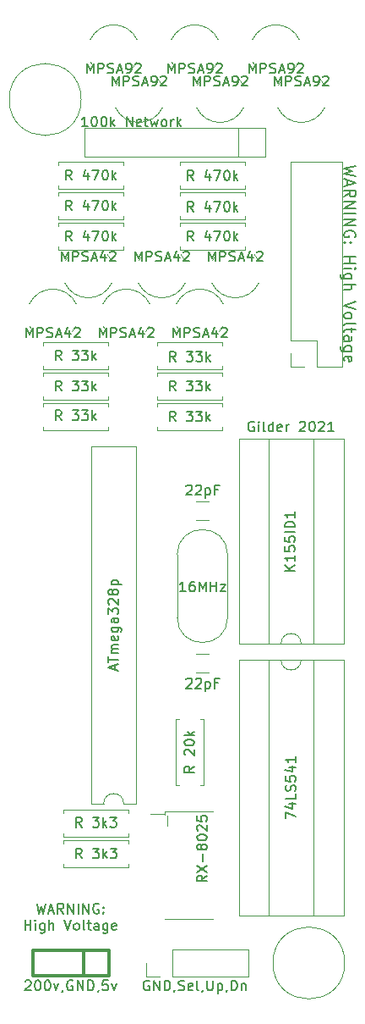
<source format=gbr>
G04 #@! TF.GenerationSoftware,KiCad,Pcbnew,(5.1.0)-1*
G04 #@! TF.CreationDate,2021-08-07T23:52:25-05:00*
G04 #@! TF.ProjectId,nixie_legacy-demux,6e697869-655f-46c6-9567-6163792d6465,rev?*
G04 #@! TF.SameCoordinates,Original*
G04 #@! TF.FileFunction,Legend,Top*
G04 #@! TF.FilePolarity,Positive*
%FSLAX46Y46*%
G04 Gerber Fmt 4.6, Leading zero omitted, Abs format (unit mm)*
G04 Created by KiCad (PCBNEW (5.1.0)-1) date 2021-08-07 23:52:25*
%MOMM*%
%LPD*%
G04 APERTURE LIST*
%ADD10C,0.150000*%
%ADD11C,0.120000*%
%ADD12C,0.304800*%
%ADD13C,0.177800*%
G04 APERTURE END LIST*
D10*
X128873714Y-97290000D02*
X128778476Y-97242380D01*
X128635619Y-97242380D01*
X128492761Y-97290000D01*
X128397523Y-97385238D01*
X128349904Y-97480476D01*
X128302285Y-97670952D01*
X128302285Y-97813809D01*
X128349904Y-98004285D01*
X128397523Y-98099523D01*
X128492761Y-98194761D01*
X128635619Y-98242380D01*
X128730857Y-98242380D01*
X128873714Y-98194761D01*
X128921333Y-98147142D01*
X128921333Y-97813809D01*
X128730857Y-97813809D01*
X129349904Y-98242380D02*
X129349904Y-97575714D01*
X129349904Y-97242380D02*
X129302285Y-97290000D01*
X129349904Y-97337619D01*
X129397523Y-97290000D01*
X129349904Y-97242380D01*
X129349904Y-97337619D01*
X129968952Y-98242380D02*
X129873714Y-98194761D01*
X129826095Y-98099523D01*
X129826095Y-97242380D01*
X130778476Y-98242380D02*
X130778476Y-97242380D01*
X130778476Y-98194761D02*
X130683238Y-98242380D01*
X130492761Y-98242380D01*
X130397523Y-98194761D01*
X130349904Y-98147142D01*
X130302285Y-98051904D01*
X130302285Y-97766190D01*
X130349904Y-97670952D01*
X130397523Y-97623333D01*
X130492761Y-97575714D01*
X130683238Y-97575714D01*
X130778476Y-97623333D01*
X131635619Y-98194761D02*
X131540380Y-98242380D01*
X131349904Y-98242380D01*
X131254666Y-98194761D01*
X131207047Y-98099523D01*
X131207047Y-97718571D01*
X131254666Y-97623333D01*
X131349904Y-97575714D01*
X131540380Y-97575714D01*
X131635619Y-97623333D01*
X131683238Y-97718571D01*
X131683238Y-97813809D01*
X131207047Y-97909047D01*
X132111809Y-98242380D02*
X132111809Y-97575714D01*
X132111809Y-97766190D02*
X132159428Y-97670952D01*
X132207047Y-97623333D01*
X132302285Y-97575714D01*
X132397523Y-97575714D01*
X133445142Y-97337619D02*
X133492761Y-97290000D01*
X133588000Y-97242380D01*
X133826095Y-97242380D01*
X133921333Y-97290000D01*
X133968952Y-97337619D01*
X134016571Y-97432857D01*
X134016571Y-97528095D01*
X133968952Y-97670952D01*
X133397523Y-98242380D01*
X134016571Y-98242380D01*
X134635619Y-97242380D02*
X134730857Y-97242380D01*
X134826095Y-97290000D01*
X134873714Y-97337619D01*
X134921333Y-97432857D01*
X134968952Y-97623333D01*
X134968952Y-97861428D01*
X134921333Y-98051904D01*
X134873714Y-98147142D01*
X134826095Y-98194761D01*
X134730857Y-98242380D01*
X134635619Y-98242380D01*
X134540380Y-98194761D01*
X134492761Y-98147142D01*
X134445142Y-98051904D01*
X134397523Y-97861428D01*
X134397523Y-97623333D01*
X134445142Y-97432857D01*
X134492761Y-97337619D01*
X134540380Y-97290000D01*
X134635619Y-97242380D01*
X135349904Y-97337619D02*
X135397523Y-97290000D01*
X135492761Y-97242380D01*
X135730857Y-97242380D01*
X135826095Y-97290000D01*
X135873714Y-97337619D01*
X135921333Y-97432857D01*
X135921333Y-97528095D01*
X135873714Y-97670952D01*
X135302285Y-98242380D01*
X135921333Y-98242380D01*
X136873714Y-98242380D02*
X136302285Y-98242380D01*
X136588000Y-98242380D02*
X136588000Y-97242380D01*
X136492761Y-97385238D01*
X136397523Y-97480476D01*
X136302285Y-97528095D01*
D11*
X120142000Y-137668000D02*
X120142000Y-136652000D01*
X120142000Y-136906000D02*
X120142000Y-137668000D01*
D10*
X107109047Y-145439380D02*
X107347142Y-146439380D01*
X107537619Y-145725095D01*
X107728095Y-146439380D01*
X107966190Y-145439380D01*
X108299523Y-146153666D02*
X108775714Y-146153666D01*
X108204285Y-146439380D02*
X108537619Y-145439380D01*
X108870952Y-146439380D01*
X109775714Y-146439380D02*
X109442380Y-145963190D01*
X109204285Y-146439380D02*
X109204285Y-145439380D01*
X109585238Y-145439380D01*
X109680476Y-145487000D01*
X109728095Y-145534619D01*
X109775714Y-145629857D01*
X109775714Y-145772714D01*
X109728095Y-145867952D01*
X109680476Y-145915571D01*
X109585238Y-145963190D01*
X109204285Y-145963190D01*
X110204285Y-146439380D02*
X110204285Y-145439380D01*
X110775714Y-146439380D01*
X110775714Y-145439380D01*
X111251904Y-146439380D02*
X111251904Y-145439380D01*
X111728095Y-146439380D02*
X111728095Y-145439380D01*
X112299523Y-146439380D01*
X112299523Y-145439380D01*
X113299523Y-145487000D02*
X113204285Y-145439380D01*
X113061428Y-145439380D01*
X112918571Y-145487000D01*
X112823333Y-145582238D01*
X112775714Y-145677476D01*
X112728095Y-145867952D01*
X112728095Y-146010809D01*
X112775714Y-146201285D01*
X112823333Y-146296523D01*
X112918571Y-146391761D01*
X113061428Y-146439380D01*
X113156666Y-146439380D01*
X113299523Y-146391761D01*
X113347142Y-146344142D01*
X113347142Y-146010809D01*
X113156666Y-146010809D01*
X113775714Y-146344142D02*
X113823333Y-146391761D01*
X113775714Y-146439380D01*
X113728095Y-146391761D01*
X113775714Y-146344142D01*
X113775714Y-146439380D01*
X113775714Y-145820333D02*
X113823333Y-145867952D01*
X113775714Y-145915571D01*
X113728095Y-145867952D01*
X113775714Y-145820333D01*
X113775714Y-145915571D01*
X105918571Y-148089380D02*
X105918571Y-147089380D01*
X105918571Y-147565571D02*
X106490000Y-147565571D01*
X106490000Y-148089380D02*
X106490000Y-147089380D01*
X106966190Y-148089380D02*
X106966190Y-147422714D01*
X106966190Y-147089380D02*
X106918571Y-147137000D01*
X106966190Y-147184619D01*
X107013809Y-147137000D01*
X106966190Y-147089380D01*
X106966190Y-147184619D01*
X107870952Y-147422714D02*
X107870952Y-148232238D01*
X107823333Y-148327476D01*
X107775714Y-148375095D01*
X107680476Y-148422714D01*
X107537619Y-148422714D01*
X107442380Y-148375095D01*
X107870952Y-148041761D02*
X107775714Y-148089380D01*
X107585238Y-148089380D01*
X107490000Y-148041761D01*
X107442380Y-147994142D01*
X107394761Y-147898904D01*
X107394761Y-147613190D01*
X107442380Y-147517952D01*
X107490000Y-147470333D01*
X107585238Y-147422714D01*
X107775714Y-147422714D01*
X107870952Y-147470333D01*
X108347142Y-148089380D02*
X108347142Y-147089380D01*
X108775714Y-148089380D02*
X108775714Y-147565571D01*
X108728095Y-147470333D01*
X108632857Y-147422714D01*
X108490000Y-147422714D01*
X108394761Y-147470333D01*
X108347142Y-147517952D01*
X109870952Y-147089380D02*
X110204285Y-148089380D01*
X110537619Y-147089380D01*
X111013809Y-148089380D02*
X110918571Y-148041761D01*
X110870952Y-147994142D01*
X110823333Y-147898904D01*
X110823333Y-147613190D01*
X110870952Y-147517952D01*
X110918571Y-147470333D01*
X111013809Y-147422714D01*
X111156666Y-147422714D01*
X111251904Y-147470333D01*
X111299523Y-147517952D01*
X111347142Y-147613190D01*
X111347142Y-147898904D01*
X111299523Y-147994142D01*
X111251904Y-148041761D01*
X111156666Y-148089380D01*
X111013809Y-148089380D01*
X111918571Y-148089380D02*
X111823333Y-148041761D01*
X111775714Y-147946523D01*
X111775714Y-147089380D01*
X112156666Y-147422714D02*
X112537619Y-147422714D01*
X112299523Y-147089380D02*
X112299523Y-147946523D01*
X112347142Y-148041761D01*
X112442380Y-148089380D01*
X112537619Y-148089380D01*
X113299523Y-148089380D02*
X113299523Y-147565571D01*
X113251904Y-147470333D01*
X113156666Y-147422714D01*
X112966190Y-147422714D01*
X112870952Y-147470333D01*
X113299523Y-148041761D02*
X113204285Y-148089380D01*
X112966190Y-148089380D01*
X112870952Y-148041761D01*
X112823333Y-147946523D01*
X112823333Y-147851285D01*
X112870952Y-147756047D01*
X112966190Y-147708428D01*
X113204285Y-147708428D01*
X113299523Y-147660809D01*
X114204285Y-147422714D02*
X114204285Y-148232238D01*
X114156666Y-148327476D01*
X114109047Y-148375095D01*
X114013809Y-148422714D01*
X113870952Y-148422714D01*
X113775714Y-148375095D01*
X114204285Y-148041761D02*
X114109047Y-148089380D01*
X113918571Y-148089380D01*
X113823333Y-148041761D01*
X113775714Y-147994142D01*
X113728095Y-147898904D01*
X113728095Y-147613190D01*
X113775714Y-147517952D01*
X113823333Y-147470333D01*
X113918571Y-147422714D01*
X114109047Y-147422714D01*
X114204285Y-147470333D01*
X115061428Y-148041761D02*
X114966190Y-148089380D01*
X114775714Y-148089380D01*
X114680476Y-148041761D01*
X114632857Y-147946523D01*
X114632857Y-147565571D01*
X114680476Y-147470333D01*
X114775714Y-147422714D01*
X114966190Y-147422714D01*
X115061428Y-147470333D01*
X115109047Y-147565571D01*
X115109047Y-147660809D01*
X114632857Y-147756047D01*
X139055928Y-71736857D02*
X137912928Y-72009000D01*
X138729357Y-72226714D01*
X137912928Y-72444428D01*
X139055928Y-72716571D01*
X138239500Y-73097571D02*
X138239500Y-73641857D01*
X137912928Y-72988714D02*
X139055928Y-73369714D01*
X137912928Y-73750714D01*
X137912928Y-74784857D02*
X138457214Y-74403857D01*
X137912928Y-74131714D02*
X139055928Y-74131714D01*
X139055928Y-74567142D01*
X139001500Y-74676000D01*
X138947071Y-74730428D01*
X138838214Y-74784857D01*
X138674928Y-74784857D01*
X138566071Y-74730428D01*
X138511642Y-74676000D01*
X138457214Y-74567142D01*
X138457214Y-74131714D01*
X137912928Y-75274714D02*
X139055928Y-75274714D01*
X137912928Y-75927857D01*
X139055928Y-75927857D01*
X137912928Y-76472142D02*
X139055928Y-76472142D01*
X137912928Y-77016428D02*
X139055928Y-77016428D01*
X137912928Y-77669571D01*
X139055928Y-77669571D01*
X139001500Y-78812571D02*
X139055928Y-78703714D01*
X139055928Y-78540428D01*
X139001500Y-78377142D01*
X138892642Y-78268285D01*
X138783785Y-78213857D01*
X138566071Y-78159428D01*
X138402785Y-78159428D01*
X138185071Y-78213857D01*
X138076214Y-78268285D01*
X137967357Y-78377142D01*
X137912928Y-78540428D01*
X137912928Y-78649285D01*
X137967357Y-78812571D01*
X138021785Y-78867000D01*
X138402785Y-78867000D01*
X138402785Y-78649285D01*
X138021785Y-79356857D02*
X137967357Y-79411285D01*
X137912928Y-79356857D01*
X137967357Y-79302428D01*
X138021785Y-79356857D01*
X137912928Y-79356857D01*
X138620500Y-79356857D02*
X138566071Y-79411285D01*
X138511642Y-79356857D01*
X138566071Y-79302428D01*
X138620500Y-79356857D01*
X138511642Y-79356857D01*
X137912928Y-80772000D02*
X139055928Y-80772000D01*
X138511642Y-80772000D02*
X138511642Y-81425142D01*
X137912928Y-81425142D02*
X139055928Y-81425142D01*
X137912928Y-81969428D02*
X138674928Y-81969428D01*
X139055928Y-81969428D02*
X139001500Y-81915000D01*
X138947071Y-81969428D01*
X139001500Y-82023857D01*
X139055928Y-81969428D01*
X138947071Y-81969428D01*
X138674928Y-83003571D02*
X137749642Y-83003571D01*
X137640785Y-82949142D01*
X137586357Y-82894714D01*
X137531928Y-82785857D01*
X137531928Y-82622571D01*
X137586357Y-82513714D01*
X137967357Y-83003571D02*
X137912928Y-82894714D01*
X137912928Y-82677000D01*
X137967357Y-82568142D01*
X138021785Y-82513714D01*
X138130642Y-82459285D01*
X138457214Y-82459285D01*
X138566071Y-82513714D01*
X138620500Y-82568142D01*
X138674928Y-82677000D01*
X138674928Y-82894714D01*
X138620500Y-83003571D01*
X137912928Y-83547857D02*
X139055928Y-83547857D01*
X137912928Y-84037714D02*
X138511642Y-84037714D01*
X138620500Y-83983285D01*
X138674928Y-83874428D01*
X138674928Y-83711142D01*
X138620500Y-83602285D01*
X138566071Y-83547857D01*
X139055928Y-85289571D02*
X137912928Y-85670571D01*
X139055928Y-86051571D01*
X137912928Y-86595857D02*
X137967357Y-86487000D01*
X138021785Y-86432571D01*
X138130642Y-86378142D01*
X138457214Y-86378142D01*
X138566071Y-86432571D01*
X138620500Y-86487000D01*
X138674928Y-86595857D01*
X138674928Y-86759142D01*
X138620500Y-86868000D01*
X138566071Y-86922428D01*
X138457214Y-86976857D01*
X138130642Y-86976857D01*
X138021785Y-86922428D01*
X137967357Y-86868000D01*
X137912928Y-86759142D01*
X137912928Y-86595857D01*
X137912928Y-87630000D02*
X137967357Y-87521142D01*
X138076214Y-87466714D01*
X139055928Y-87466714D01*
X138674928Y-87902142D02*
X138674928Y-88337571D01*
X139055928Y-88065428D02*
X138076214Y-88065428D01*
X137967357Y-88119857D01*
X137912928Y-88228714D01*
X137912928Y-88337571D01*
X137912928Y-89208428D02*
X138511642Y-89208428D01*
X138620500Y-89154000D01*
X138674928Y-89045142D01*
X138674928Y-88827428D01*
X138620500Y-88718571D01*
X137967357Y-89208428D02*
X137912928Y-89099571D01*
X137912928Y-88827428D01*
X137967357Y-88718571D01*
X138076214Y-88664142D01*
X138185071Y-88664142D01*
X138293928Y-88718571D01*
X138348357Y-88827428D01*
X138348357Y-89099571D01*
X138402785Y-89208428D01*
X138674928Y-90242571D02*
X137749642Y-90242571D01*
X137640785Y-90188142D01*
X137586357Y-90133714D01*
X137531928Y-90024857D01*
X137531928Y-89861571D01*
X137586357Y-89752714D01*
X137967357Y-90242571D02*
X137912928Y-90133714D01*
X137912928Y-89916000D01*
X137967357Y-89807142D01*
X138021785Y-89752714D01*
X138130642Y-89698285D01*
X138457214Y-89698285D01*
X138566071Y-89752714D01*
X138620500Y-89807142D01*
X138674928Y-89916000D01*
X138674928Y-90133714D01*
X138620500Y-90242571D01*
X137967357Y-91222285D02*
X137912928Y-91113428D01*
X137912928Y-90895714D01*
X137967357Y-90786857D01*
X138076214Y-90732428D01*
X138511642Y-90732428D01*
X138620500Y-90786857D01*
X138674928Y-90895714D01*
X138674928Y-91113428D01*
X138620500Y-91222285D01*
X138511642Y-91276714D01*
X138402785Y-91276714D01*
X138293928Y-90732428D01*
D11*
X111550000Y-65068000D02*
G75*
G03X111550000Y-65068000I-3600000J0D01*
G01*
X137966000Y-151384000D02*
G75*
G03X137966000Y-151384000I-3600000J0D01*
G01*
D12*
X114300000Y-150114000D02*
X114300000Y-152654000D01*
X106680000Y-150114000D02*
X114300000Y-150114000D01*
X106680000Y-152654000D02*
X106680000Y-150114000D01*
X114300000Y-152654000D02*
X106680000Y-152654000D01*
X111760000Y-150114000D02*
X111760000Y-152654000D01*
D11*
X128741369Y-61320045D02*
G75*
G03X129124000Y-61898000I2322631J1122045D01*
G01*
X128707600Y-59099193D02*
G75*
G02X131064000Y-57598000I2356400J-1098807D01*
G01*
X133420400Y-59099193D02*
G75*
G03X131064000Y-57598000I-2356400J-1098807D01*
G01*
X133366383Y-61310264D02*
G75*
G02X132974000Y-61898000I-2302383J1112264D01*
G01*
X120613369Y-61320045D02*
G75*
G03X120996000Y-61898000I2322631J1122045D01*
G01*
X120579600Y-59099193D02*
G75*
G02X122936000Y-57598000I2356400J-1098807D01*
G01*
X125292400Y-59099193D02*
G75*
G03X122936000Y-57598000I-2356400J-1098807D01*
G01*
X125238383Y-61310264D02*
G75*
G02X124846000Y-61898000I-2302383J1112264D01*
G01*
X112485369Y-61320045D02*
G75*
G03X112868000Y-61898000I2322631J1122045D01*
G01*
X112451600Y-59099193D02*
G75*
G02X114808000Y-57598000I2356400J-1098807D01*
G01*
X117164400Y-59099193D02*
G75*
G03X114808000Y-57598000I-2356400J-1098807D01*
G01*
X117110383Y-61310264D02*
G75*
G02X116718000Y-61898000I-2302383J1112264D01*
G01*
X135926631Y-63647955D02*
G75*
G03X135544000Y-63070000I-2322631J-1122045D01*
G01*
X135960400Y-65868807D02*
G75*
G02X133604000Y-67370000I-2356400J1098807D01*
G01*
X131247600Y-65868807D02*
G75*
G03X133604000Y-67370000I2356400J1098807D01*
G01*
X131301617Y-63657736D02*
G75*
G02X131694000Y-63070000I2302383J-1112264D01*
G01*
X123173617Y-63657736D02*
G75*
G02X123566000Y-63070000I2302383J-1112264D01*
G01*
X123119600Y-65868807D02*
G75*
G03X125476000Y-67370000I2356400J1098807D01*
G01*
X127832400Y-65868807D02*
G75*
G02X125476000Y-67370000I-2356400J1098807D01*
G01*
X127798631Y-63647955D02*
G75*
G03X127416000Y-63070000I-2322631J-1122045D01*
G01*
X119670631Y-63647955D02*
G75*
G03X119288000Y-63070000I-2322631J-1122045D01*
G01*
X119704400Y-65868807D02*
G75*
G02X117348000Y-67370000I-2356400J1098807D01*
G01*
X114991600Y-65868807D02*
G75*
G03X117348000Y-67370000I2356400J1098807D01*
G01*
X115045617Y-63657736D02*
G75*
G02X115438000Y-63070000I2302383J-1112264D01*
G01*
X109965617Y-81183736D02*
G75*
G02X110358000Y-80596000I2302383J-1112264D01*
G01*
X109911600Y-83394807D02*
G75*
G03X112268000Y-84896000I2356400J1098807D01*
G01*
X114624400Y-83394807D02*
G75*
G02X112268000Y-84896000I-2356400J1098807D01*
G01*
X114590631Y-81173955D02*
G75*
G03X114208000Y-80596000I-2322631J-1122045D01*
G01*
X117331617Y-81183736D02*
G75*
G02X117724000Y-80596000I2302383J-1112264D01*
G01*
X117277600Y-83394807D02*
G75*
G03X119634000Y-84896000I2356400J1098807D01*
G01*
X121990400Y-83394807D02*
G75*
G02X119634000Y-84896000I-2356400J1098807D01*
G01*
X121956631Y-81173955D02*
G75*
G03X121574000Y-80596000I-2322631J-1122045D01*
G01*
X124697617Y-81183736D02*
G75*
G02X125090000Y-80596000I2302383J-1112264D01*
G01*
X124643600Y-83394807D02*
G75*
G03X127000000Y-84896000I2356400J1098807D01*
G01*
X129356400Y-83394807D02*
G75*
G02X127000000Y-84896000I-2356400J1098807D01*
G01*
X129322631Y-81173955D02*
G75*
G03X128940000Y-80596000I-2322631J-1122045D01*
G01*
X119926000Y-147010000D02*
X124726000Y-147010000D01*
X119926000Y-136210000D02*
X124726000Y-136210000D01*
X119926000Y-136466500D02*
X118526000Y-136466500D01*
X119926000Y-136210000D02*
X119926000Y-136610000D01*
X127338000Y-119500000D02*
X137838000Y-119500000D01*
X127338000Y-98940000D02*
X127338000Y-119500000D01*
X137838000Y-98940000D02*
X127338000Y-98940000D01*
X137838000Y-119500000D02*
X137838000Y-98940000D01*
X130338000Y-119440000D02*
X131588000Y-119440000D01*
X130338000Y-99000000D02*
X130338000Y-119440000D01*
X134838000Y-99000000D02*
X130338000Y-99000000D01*
X134838000Y-119440000D02*
X134838000Y-99000000D01*
X133588000Y-119440000D02*
X134838000Y-119440000D01*
X131588000Y-119440000D02*
G75*
G02X133588000Y-119440000I1000000J0D01*
G01*
X137728000Y-91754000D02*
X135128000Y-91754000D01*
X137728000Y-91754000D02*
X137728000Y-71314000D01*
X137728000Y-71314000D02*
X132528000Y-71314000D01*
X132528000Y-89154000D02*
X132528000Y-71314000D01*
X135128000Y-89154000D02*
X132528000Y-89154000D01*
X135128000Y-91754000D02*
X135128000Y-89154000D01*
X132528000Y-91754000D02*
X132528000Y-90424000D01*
X133858000Y-91754000D02*
X132528000Y-91754000D01*
X127254000Y-70742000D02*
X127254000Y-67942000D01*
X111844000Y-70742000D02*
X129964000Y-70742000D01*
X111844000Y-67942000D02*
X111844000Y-70742000D01*
X129964000Y-67942000D02*
X111844000Y-67942000D01*
X129964000Y-70742000D02*
X129964000Y-67942000D01*
X115792000Y-73684000D02*
X115792000Y-74014000D01*
X115792000Y-74014000D02*
X109252000Y-74014000D01*
X109252000Y-74014000D02*
X109252000Y-73684000D01*
X115792000Y-71604000D02*
X115792000Y-71274000D01*
X115792000Y-71274000D02*
X109252000Y-71274000D01*
X109252000Y-71274000D02*
X109252000Y-71604000D01*
X125746383Y-87726264D02*
G75*
G02X125354000Y-88314000I-2302383J1112264D01*
G01*
X125800400Y-85515193D02*
G75*
G03X123444000Y-84014000I-2356400J-1098807D01*
G01*
X121087600Y-85515193D02*
G75*
G02X123444000Y-84014000I2356400J-1098807D01*
G01*
X121121369Y-87736045D02*
G75*
G03X121504000Y-88314000I2322631J1122045D01*
G01*
X118380383Y-87726264D02*
G75*
G02X117988000Y-88314000I-2302383J1112264D01*
G01*
X118434400Y-85515193D02*
G75*
G03X116078000Y-84014000I-2356400J-1098807D01*
G01*
X113721600Y-85515193D02*
G75*
G02X116078000Y-84014000I2356400J-1098807D01*
G01*
X113755369Y-87736045D02*
G75*
G03X114138000Y-88314000I2322631J1122045D01*
G01*
X111014383Y-87726264D02*
G75*
G02X110622000Y-88314000I-2302383J1112264D01*
G01*
X111068400Y-85515193D02*
G75*
G03X108712000Y-84014000I-2356400J-1098807D01*
G01*
X106355600Y-85515193D02*
G75*
G02X108712000Y-84014000I2356400J-1098807D01*
G01*
X106389369Y-87736045D02*
G75*
G03X106772000Y-88314000I2322631J1122045D01*
G01*
X121444000Y-71604000D02*
X121444000Y-71274000D01*
X121444000Y-71274000D02*
X127984000Y-71274000D01*
X127984000Y-71274000D02*
X127984000Y-71604000D01*
X121444000Y-73684000D02*
X121444000Y-74014000D01*
X121444000Y-74014000D02*
X127984000Y-74014000D01*
X127984000Y-74014000D02*
X127984000Y-73684000D01*
X121444000Y-74652000D02*
X121444000Y-74322000D01*
X121444000Y-74322000D02*
X127984000Y-74322000D01*
X127984000Y-74322000D02*
X127984000Y-74652000D01*
X121444000Y-76732000D02*
X121444000Y-77062000D01*
X121444000Y-77062000D02*
X127984000Y-77062000D01*
X127984000Y-77062000D02*
X127984000Y-76732000D01*
X126223000Y-110577000D02*
G75*
G03X121173000Y-110577000I-2525000J0D01*
G01*
X126223000Y-116827000D02*
G75*
G02X121173000Y-116827000I-2525000J0D01*
G01*
X126223000Y-116827000D02*
X126223000Y-110577000D01*
X121173000Y-116827000D02*
X121173000Y-110577000D01*
X137838000Y-121038000D02*
X127338000Y-121038000D01*
X137838000Y-146678000D02*
X137838000Y-121038000D01*
X127338000Y-146678000D02*
X137838000Y-146678000D01*
X127338000Y-121038000D02*
X127338000Y-146678000D01*
X134838000Y-121098000D02*
X133588000Y-121098000D01*
X134838000Y-146618000D02*
X134838000Y-121098000D01*
X130338000Y-146618000D02*
X134838000Y-146618000D01*
X130338000Y-121098000D02*
X130338000Y-146618000D01*
X131588000Y-121098000D02*
X130338000Y-121098000D01*
X133588000Y-121098000D02*
G75*
G02X131588000Y-121098000I-1000000J0D01*
G01*
X112558000Y-135442000D02*
X113808000Y-135442000D01*
X112558000Y-99762000D02*
X112558000Y-135442000D01*
X117058000Y-99762000D02*
X112558000Y-99762000D01*
X117058000Y-135442000D02*
X117058000Y-99762000D01*
X115808000Y-135442000D02*
X117058000Y-135442000D01*
X113808000Y-135442000D02*
G75*
G02X115808000Y-135442000I1000000J0D01*
G01*
X109760000Y-139092000D02*
X109760000Y-139422000D01*
X116300000Y-139092000D02*
X109760000Y-139092000D01*
X116300000Y-139422000D02*
X116300000Y-139092000D01*
X109760000Y-141832000D02*
X109760000Y-141502000D01*
X116300000Y-141832000D02*
X109760000Y-141832000D01*
X116300000Y-141502000D02*
X116300000Y-141832000D01*
X109760000Y-136044000D02*
X109760000Y-136374000D01*
X116300000Y-136044000D02*
X109760000Y-136044000D01*
X116300000Y-136374000D02*
X116300000Y-136044000D01*
X109760000Y-138784000D02*
X109760000Y-138454000D01*
X116300000Y-138784000D02*
X109760000Y-138784000D01*
X116300000Y-138454000D02*
X116300000Y-138784000D01*
X107728000Y-95404000D02*
X107728000Y-95734000D01*
X114268000Y-95404000D02*
X107728000Y-95404000D01*
X114268000Y-95734000D02*
X114268000Y-95404000D01*
X107728000Y-98144000D02*
X107728000Y-97814000D01*
X114268000Y-98144000D02*
X107728000Y-98144000D01*
X114268000Y-97814000D02*
X114268000Y-98144000D01*
X119158000Y-89308000D02*
X119158000Y-89638000D01*
X125698000Y-89308000D02*
X119158000Y-89308000D01*
X125698000Y-89638000D02*
X125698000Y-89308000D01*
X119158000Y-92048000D02*
X119158000Y-91718000D01*
X125698000Y-92048000D02*
X119158000Y-92048000D01*
X125698000Y-91718000D02*
X125698000Y-92048000D01*
X107728000Y-92356000D02*
X107728000Y-92686000D01*
X114268000Y-92356000D02*
X107728000Y-92356000D01*
X114268000Y-92686000D02*
X114268000Y-92356000D01*
X107728000Y-95096000D02*
X107728000Y-94766000D01*
X114268000Y-95096000D02*
X107728000Y-95096000D01*
X114268000Y-94766000D02*
X114268000Y-95096000D01*
X119158000Y-92356000D02*
X119158000Y-92686000D01*
X125698000Y-92356000D02*
X119158000Y-92356000D01*
X125698000Y-92686000D02*
X125698000Y-92356000D01*
X119158000Y-95096000D02*
X119158000Y-94766000D01*
X125698000Y-95096000D02*
X119158000Y-95096000D01*
X125698000Y-94766000D02*
X125698000Y-95096000D01*
X107728000Y-89308000D02*
X107728000Y-89638000D01*
X114268000Y-89308000D02*
X107728000Y-89308000D01*
X114268000Y-89638000D02*
X114268000Y-89308000D01*
X107728000Y-92048000D02*
X107728000Y-91718000D01*
X114268000Y-92048000D02*
X107728000Y-92048000D01*
X114268000Y-91718000D02*
X114268000Y-92048000D01*
X119158000Y-95404000D02*
X119158000Y-95734000D01*
X125698000Y-95404000D02*
X119158000Y-95404000D01*
X125698000Y-95734000D02*
X125698000Y-95404000D01*
X119158000Y-98144000D02*
X119158000Y-97814000D01*
X125698000Y-98144000D02*
X119158000Y-98144000D01*
X125698000Y-97814000D02*
X125698000Y-98144000D01*
X121444000Y-77700000D02*
X121444000Y-77370000D01*
X121444000Y-77370000D02*
X127984000Y-77370000D01*
X127984000Y-77370000D02*
X127984000Y-77700000D01*
X121444000Y-79780000D02*
X121444000Y-80110000D01*
X121444000Y-80110000D02*
X127984000Y-80110000D01*
X127984000Y-80110000D02*
X127984000Y-79780000D01*
X115792000Y-76732000D02*
X115792000Y-77062000D01*
X115792000Y-77062000D02*
X109252000Y-77062000D01*
X109252000Y-77062000D02*
X109252000Y-76732000D01*
X115792000Y-74652000D02*
X115792000Y-74322000D01*
X115792000Y-74322000D02*
X109252000Y-74322000D01*
X109252000Y-74322000D02*
X109252000Y-74652000D01*
X115792000Y-79780000D02*
X115792000Y-80110000D01*
X115792000Y-80110000D02*
X109252000Y-80110000D01*
X109252000Y-80110000D02*
X109252000Y-79780000D01*
X115792000Y-77700000D02*
X115792000Y-77370000D01*
X115792000Y-77370000D02*
X109252000Y-77370000D01*
X109252000Y-77370000D02*
X109252000Y-77700000D01*
X121058000Y-133572000D02*
X121388000Y-133572000D01*
X121058000Y-127032000D02*
X121058000Y-133572000D01*
X121388000Y-127032000D02*
X121058000Y-127032000D01*
X123798000Y-133572000D02*
X123468000Y-133572000D01*
X123798000Y-127032000D02*
X123798000Y-133572000D01*
X123468000Y-127032000D02*
X123798000Y-127032000D01*
X118050000Y-152714000D02*
X118050000Y-151384000D01*
X119380000Y-152714000D02*
X118050000Y-152714000D01*
X120650000Y-152714000D02*
X120650000Y-150054000D01*
X120650000Y-150054000D02*
X128330000Y-150054000D01*
X120650000Y-152714000D02*
X128330000Y-152714000D01*
X128330000Y-152714000D02*
X128330000Y-150054000D01*
X124347000Y-105252000D02*
X123089000Y-105252000D01*
X124347000Y-107092000D02*
X123089000Y-107092000D01*
X124347000Y-120492000D02*
X123089000Y-120492000D01*
X124347000Y-122332000D02*
X123089000Y-122332000D01*
D13*
X105942190Y-153210380D02*
X105990571Y-153162000D01*
X106087333Y-153113619D01*
X106329238Y-153113619D01*
X106426000Y-153162000D01*
X106474380Y-153210380D01*
X106522761Y-153307142D01*
X106522761Y-153403904D01*
X106474380Y-153549047D01*
X105893809Y-154129619D01*
X106522761Y-154129619D01*
X107151714Y-153113619D02*
X107248476Y-153113619D01*
X107345238Y-153162000D01*
X107393619Y-153210380D01*
X107442000Y-153307142D01*
X107490380Y-153500666D01*
X107490380Y-153742571D01*
X107442000Y-153936095D01*
X107393619Y-154032857D01*
X107345238Y-154081238D01*
X107248476Y-154129619D01*
X107151714Y-154129619D01*
X107054952Y-154081238D01*
X107006571Y-154032857D01*
X106958190Y-153936095D01*
X106909809Y-153742571D01*
X106909809Y-153500666D01*
X106958190Y-153307142D01*
X107006571Y-153210380D01*
X107054952Y-153162000D01*
X107151714Y-153113619D01*
X108119333Y-153113619D02*
X108216095Y-153113619D01*
X108312857Y-153162000D01*
X108361238Y-153210380D01*
X108409619Y-153307142D01*
X108458000Y-153500666D01*
X108458000Y-153742571D01*
X108409619Y-153936095D01*
X108361238Y-154032857D01*
X108312857Y-154081238D01*
X108216095Y-154129619D01*
X108119333Y-154129619D01*
X108022571Y-154081238D01*
X107974190Y-154032857D01*
X107925809Y-153936095D01*
X107877428Y-153742571D01*
X107877428Y-153500666D01*
X107925809Y-153307142D01*
X107974190Y-153210380D01*
X108022571Y-153162000D01*
X108119333Y-153113619D01*
X108796666Y-153452285D02*
X109038571Y-154129619D01*
X109280476Y-153452285D01*
X109715904Y-154081238D02*
X109715904Y-154129619D01*
X109667523Y-154226380D01*
X109619142Y-154274761D01*
X110683523Y-153162000D02*
X110586761Y-153113619D01*
X110441619Y-153113619D01*
X110296476Y-153162000D01*
X110199714Y-153258761D01*
X110151333Y-153355523D01*
X110102952Y-153549047D01*
X110102952Y-153694190D01*
X110151333Y-153887714D01*
X110199714Y-153984476D01*
X110296476Y-154081238D01*
X110441619Y-154129619D01*
X110538380Y-154129619D01*
X110683523Y-154081238D01*
X110731904Y-154032857D01*
X110731904Y-153694190D01*
X110538380Y-153694190D01*
X111167333Y-154129619D02*
X111167333Y-153113619D01*
X111747904Y-154129619D01*
X111747904Y-153113619D01*
X112231714Y-154129619D02*
X112231714Y-153113619D01*
X112473619Y-153113619D01*
X112618761Y-153162000D01*
X112715523Y-153258761D01*
X112763904Y-153355523D01*
X112812285Y-153549047D01*
X112812285Y-153694190D01*
X112763904Y-153887714D01*
X112715523Y-153984476D01*
X112618761Y-154081238D01*
X112473619Y-154129619D01*
X112231714Y-154129619D01*
X113296095Y-154081238D02*
X113296095Y-154129619D01*
X113247714Y-154226380D01*
X113199333Y-154274761D01*
X114215333Y-153113619D02*
X113731523Y-153113619D01*
X113683142Y-153597428D01*
X113731523Y-153549047D01*
X113828285Y-153500666D01*
X114070190Y-153500666D01*
X114166952Y-153549047D01*
X114215333Y-153597428D01*
X114263714Y-153694190D01*
X114263714Y-153936095D01*
X114215333Y-154032857D01*
X114166952Y-154081238D01*
X114070190Y-154129619D01*
X113828285Y-154129619D01*
X113731523Y-154081238D01*
X113683142Y-154032857D01*
X114602380Y-153452285D02*
X114844285Y-154129619D01*
X115086190Y-153452285D01*
D10*
X128373523Y-62428380D02*
X128373523Y-61428380D01*
X128706857Y-62142666D01*
X129040190Y-61428380D01*
X129040190Y-62428380D01*
X129516380Y-62428380D02*
X129516380Y-61428380D01*
X129897333Y-61428380D01*
X129992571Y-61476000D01*
X130040190Y-61523619D01*
X130087809Y-61618857D01*
X130087809Y-61761714D01*
X130040190Y-61856952D01*
X129992571Y-61904571D01*
X129897333Y-61952190D01*
X129516380Y-61952190D01*
X130468761Y-62380761D02*
X130611619Y-62428380D01*
X130849714Y-62428380D01*
X130944952Y-62380761D01*
X130992571Y-62333142D01*
X131040190Y-62237904D01*
X131040190Y-62142666D01*
X130992571Y-62047428D01*
X130944952Y-61999809D01*
X130849714Y-61952190D01*
X130659238Y-61904571D01*
X130564000Y-61856952D01*
X130516380Y-61809333D01*
X130468761Y-61714095D01*
X130468761Y-61618857D01*
X130516380Y-61523619D01*
X130564000Y-61476000D01*
X130659238Y-61428380D01*
X130897333Y-61428380D01*
X131040190Y-61476000D01*
X131421142Y-62142666D02*
X131897333Y-62142666D01*
X131325904Y-62428380D02*
X131659238Y-61428380D01*
X131992571Y-62428380D01*
X132373523Y-62428380D02*
X132564000Y-62428380D01*
X132659238Y-62380761D01*
X132706857Y-62333142D01*
X132802095Y-62190285D01*
X132849714Y-61999809D01*
X132849714Y-61618857D01*
X132802095Y-61523619D01*
X132754476Y-61476000D01*
X132659238Y-61428380D01*
X132468761Y-61428380D01*
X132373523Y-61476000D01*
X132325904Y-61523619D01*
X132278285Y-61618857D01*
X132278285Y-61856952D01*
X132325904Y-61952190D01*
X132373523Y-61999809D01*
X132468761Y-62047428D01*
X132659238Y-62047428D01*
X132754476Y-61999809D01*
X132802095Y-61952190D01*
X132849714Y-61856952D01*
X133230666Y-61523619D02*
X133278285Y-61476000D01*
X133373523Y-61428380D01*
X133611619Y-61428380D01*
X133706857Y-61476000D01*
X133754476Y-61523619D01*
X133802095Y-61618857D01*
X133802095Y-61714095D01*
X133754476Y-61856952D01*
X133183047Y-62428380D01*
X133802095Y-62428380D01*
X120245523Y-62428380D02*
X120245523Y-61428380D01*
X120578857Y-62142666D01*
X120912190Y-61428380D01*
X120912190Y-62428380D01*
X121388380Y-62428380D02*
X121388380Y-61428380D01*
X121769333Y-61428380D01*
X121864571Y-61476000D01*
X121912190Y-61523619D01*
X121959809Y-61618857D01*
X121959809Y-61761714D01*
X121912190Y-61856952D01*
X121864571Y-61904571D01*
X121769333Y-61952190D01*
X121388380Y-61952190D01*
X122340761Y-62380761D02*
X122483619Y-62428380D01*
X122721714Y-62428380D01*
X122816952Y-62380761D01*
X122864571Y-62333142D01*
X122912190Y-62237904D01*
X122912190Y-62142666D01*
X122864571Y-62047428D01*
X122816952Y-61999809D01*
X122721714Y-61952190D01*
X122531238Y-61904571D01*
X122436000Y-61856952D01*
X122388380Y-61809333D01*
X122340761Y-61714095D01*
X122340761Y-61618857D01*
X122388380Y-61523619D01*
X122436000Y-61476000D01*
X122531238Y-61428380D01*
X122769333Y-61428380D01*
X122912190Y-61476000D01*
X123293142Y-62142666D02*
X123769333Y-62142666D01*
X123197904Y-62428380D02*
X123531238Y-61428380D01*
X123864571Y-62428380D01*
X124245523Y-62428380D02*
X124436000Y-62428380D01*
X124531238Y-62380761D01*
X124578857Y-62333142D01*
X124674095Y-62190285D01*
X124721714Y-61999809D01*
X124721714Y-61618857D01*
X124674095Y-61523619D01*
X124626476Y-61476000D01*
X124531238Y-61428380D01*
X124340761Y-61428380D01*
X124245523Y-61476000D01*
X124197904Y-61523619D01*
X124150285Y-61618857D01*
X124150285Y-61856952D01*
X124197904Y-61952190D01*
X124245523Y-61999809D01*
X124340761Y-62047428D01*
X124531238Y-62047428D01*
X124626476Y-61999809D01*
X124674095Y-61952190D01*
X124721714Y-61856952D01*
X125102666Y-61523619D02*
X125150285Y-61476000D01*
X125245523Y-61428380D01*
X125483619Y-61428380D01*
X125578857Y-61476000D01*
X125626476Y-61523619D01*
X125674095Y-61618857D01*
X125674095Y-61714095D01*
X125626476Y-61856952D01*
X125055047Y-62428380D01*
X125674095Y-62428380D01*
X112117523Y-62428380D02*
X112117523Y-61428380D01*
X112450857Y-62142666D01*
X112784190Y-61428380D01*
X112784190Y-62428380D01*
X113260380Y-62428380D02*
X113260380Y-61428380D01*
X113641333Y-61428380D01*
X113736571Y-61476000D01*
X113784190Y-61523619D01*
X113831809Y-61618857D01*
X113831809Y-61761714D01*
X113784190Y-61856952D01*
X113736571Y-61904571D01*
X113641333Y-61952190D01*
X113260380Y-61952190D01*
X114212761Y-62380761D02*
X114355619Y-62428380D01*
X114593714Y-62428380D01*
X114688952Y-62380761D01*
X114736571Y-62333142D01*
X114784190Y-62237904D01*
X114784190Y-62142666D01*
X114736571Y-62047428D01*
X114688952Y-61999809D01*
X114593714Y-61952190D01*
X114403238Y-61904571D01*
X114308000Y-61856952D01*
X114260380Y-61809333D01*
X114212761Y-61714095D01*
X114212761Y-61618857D01*
X114260380Y-61523619D01*
X114308000Y-61476000D01*
X114403238Y-61428380D01*
X114641333Y-61428380D01*
X114784190Y-61476000D01*
X115165142Y-62142666D02*
X115641333Y-62142666D01*
X115069904Y-62428380D02*
X115403238Y-61428380D01*
X115736571Y-62428380D01*
X116117523Y-62428380D02*
X116308000Y-62428380D01*
X116403238Y-62380761D01*
X116450857Y-62333142D01*
X116546095Y-62190285D01*
X116593714Y-61999809D01*
X116593714Y-61618857D01*
X116546095Y-61523619D01*
X116498476Y-61476000D01*
X116403238Y-61428380D01*
X116212761Y-61428380D01*
X116117523Y-61476000D01*
X116069904Y-61523619D01*
X116022285Y-61618857D01*
X116022285Y-61856952D01*
X116069904Y-61952190D01*
X116117523Y-61999809D01*
X116212761Y-62047428D01*
X116403238Y-62047428D01*
X116498476Y-61999809D01*
X116546095Y-61952190D01*
X116593714Y-61856952D01*
X116974666Y-61523619D02*
X117022285Y-61476000D01*
X117117523Y-61428380D01*
X117355619Y-61428380D01*
X117450857Y-61476000D01*
X117498476Y-61523619D01*
X117546095Y-61618857D01*
X117546095Y-61714095D01*
X117498476Y-61856952D01*
X116927047Y-62428380D01*
X117546095Y-62428380D01*
X130913523Y-63698380D02*
X130913523Y-62698380D01*
X131246857Y-63412666D01*
X131580190Y-62698380D01*
X131580190Y-63698380D01*
X132056380Y-63698380D02*
X132056380Y-62698380D01*
X132437333Y-62698380D01*
X132532571Y-62746000D01*
X132580190Y-62793619D01*
X132627809Y-62888857D01*
X132627809Y-63031714D01*
X132580190Y-63126952D01*
X132532571Y-63174571D01*
X132437333Y-63222190D01*
X132056380Y-63222190D01*
X133008761Y-63650761D02*
X133151619Y-63698380D01*
X133389714Y-63698380D01*
X133484952Y-63650761D01*
X133532571Y-63603142D01*
X133580190Y-63507904D01*
X133580190Y-63412666D01*
X133532571Y-63317428D01*
X133484952Y-63269809D01*
X133389714Y-63222190D01*
X133199238Y-63174571D01*
X133104000Y-63126952D01*
X133056380Y-63079333D01*
X133008761Y-62984095D01*
X133008761Y-62888857D01*
X133056380Y-62793619D01*
X133104000Y-62746000D01*
X133199238Y-62698380D01*
X133437333Y-62698380D01*
X133580190Y-62746000D01*
X133961142Y-63412666D02*
X134437333Y-63412666D01*
X133865904Y-63698380D02*
X134199238Y-62698380D01*
X134532571Y-63698380D01*
X134913523Y-63698380D02*
X135104000Y-63698380D01*
X135199238Y-63650761D01*
X135246857Y-63603142D01*
X135342095Y-63460285D01*
X135389714Y-63269809D01*
X135389714Y-62888857D01*
X135342095Y-62793619D01*
X135294476Y-62746000D01*
X135199238Y-62698380D01*
X135008761Y-62698380D01*
X134913523Y-62746000D01*
X134865904Y-62793619D01*
X134818285Y-62888857D01*
X134818285Y-63126952D01*
X134865904Y-63222190D01*
X134913523Y-63269809D01*
X135008761Y-63317428D01*
X135199238Y-63317428D01*
X135294476Y-63269809D01*
X135342095Y-63222190D01*
X135389714Y-63126952D01*
X135770666Y-62793619D02*
X135818285Y-62746000D01*
X135913523Y-62698380D01*
X136151619Y-62698380D01*
X136246857Y-62746000D01*
X136294476Y-62793619D01*
X136342095Y-62888857D01*
X136342095Y-62984095D01*
X136294476Y-63126952D01*
X135723047Y-63698380D01*
X136342095Y-63698380D01*
X122785523Y-63698380D02*
X122785523Y-62698380D01*
X123118857Y-63412666D01*
X123452190Y-62698380D01*
X123452190Y-63698380D01*
X123928380Y-63698380D02*
X123928380Y-62698380D01*
X124309333Y-62698380D01*
X124404571Y-62746000D01*
X124452190Y-62793619D01*
X124499809Y-62888857D01*
X124499809Y-63031714D01*
X124452190Y-63126952D01*
X124404571Y-63174571D01*
X124309333Y-63222190D01*
X123928380Y-63222190D01*
X124880761Y-63650761D02*
X125023619Y-63698380D01*
X125261714Y-63698380D01*
X125356952Y-63650761D01*
X125404571Y-63603142D01*
X125452190Y-63507904D01*
X125452190Y-63412666D01*
X125404571Y-63317428D01*
X125356952Y-63269809D01*
X125261714Y-63222190D01*
X125071238Y-63174571D01*
X124976000Y-63126952D01*
X124928380Y-63079333D01*
X124880761Y-62984095D01*
X124880761Y-62888857D01*
X124928380Y-62793619D01*
X124976000Y-62746000D01*
X125071238Y-62698380D01*
X125309333Y-62698380D01*
X125452190Y-62746000D01*
X125833142Y-63412666D02*
X126309333Y-63412666D01*
X125737904Y-63698380D02*
X126071238Y-62698380D01*
X126404571Y-63698380D01*
X126785523Y-63698380D02*
X126976000Y-63698380D01*
X127071238Y-63650761D01*
X127118857Y-63603142D01*
X127214095Y-63460285D01*
X127261714Y-63269809D01*
X127261714Y-62888857D01*
X127214095Y-62793619D01*
X127166476Y-62746000D01*
X127071238Y-62698380D01*
X126880761Y-62698380D01*
X126785523Y-62746000D01*
X126737904Y-62793619D01*
X126690285Y-62888857D01*
X126690285Y-63126952D01*
X126737904Y-63222190D01*
X126785523Y-63269809D01*
X126880761Y-63317428D01*
X127071238Y-63317428D01*
X127166476Y-63269809D01*
X127214095Y-63222190D01*
X127261714Y-63126952D01*
X127642666Y-62793619D02*
X127690285Y-62746000D01*
X127785523Y-62698380D01*
X128023619Y-62698380D01*
X128118857Y-62746000D01*
X128166476Y-62793619D01*
X128214095Y-62888857D01*
X128214095Y-62984095D01*
X128166476Y-63126952D01*
X127595047Y-63698380D01*
X128214095Y-63698380D01*
X114657523Y-63698380D02*
X114657523Y-62698380D01*
X114990857Y-63412666D01*
X115324190Y-62698380D01*
X115324190Y-63698380D01*
X115800380Y-63698380D02*
X115800380Y-62698380D01*
X116181333Y-62698380D01*
X116276571Y-62746000D01*
X116324190Y-62793619D01*
X116371809Y-62888857D01*
X116371809Y-63031714D01*
X116324190Y-63126952D01*
X116276571Y-63174571D01*
X116181333Y-63222190D01*
X115800380Y-63222190D01*
X116752761Y-63650761D02*
X116895619Y-63698380D01*
X117133714Y-63698380D01*
X117228952Y-63650761D01*
X117276571Y-63603142D01*
X117324190Y-63507904D01*
X117324190Y-63412666D01*
X117276571Y-63317428D01*
X117228952Y-63269809D01*
X117133714Y-63222190D01*
X116943238Y-63174571D01*
X116848000Y-63126952D01*
X116800380Y-63079333D01*
X116752761Y-62984095D01*
X116752761Y-62888857D01*
X116800380Y-62793619D01*
X116848000Y-62746000D01*
X116943238Y-62698380D01*
X117181333Y-62698380D01*
X117324190Y-62746000D01*
X117705142Y-63412666D02*
X118181333Y-63412666D01*
X117609904Y-63698380D02*
X117943238Y-62698380D01*
X118276571Y-63698380D01*
X118657523Y-63698380D02*
X118848000Y-63698380D01*
X118943238Y-63650761D01*
X118990857Y-63603142D01*
X119086095Y-63460285D01*
X119133714Y-63269809D01*
X119133714Y-62888857D01*
X119086095Y-62793619D01*
X119038476Y-62746000D01*
X118943238Y-62698380D01*
X118752761Y-62698380D01*
X118657523Y-62746000D01*
X118609904Y-62793619D01*
X118562285Y-62888857D01*
X118562285Y-63126952D01*
X118609904Y-63222190D01*
X118657523Y-63269809D01*
X118752761Y-63317428D01*
X118943238Y-63317428D01*
X119038476Y-63269809D01*
X119086095Y-63222190D01*
X119133714Y-63126952D01*
X119514666Y-62793619D02*
X119562285Y-62746000D01*
X119657523Y-62698380D01*
X119895619Y-62698380D01*
X119990857Y-62746000D01*
X120038476Y-62793619D01*
X120086095Y-62888857D01*
X120086095Y-62984095D01*
X120038476Y-63126952D01*
X119467047Y-63698380D01*
X120086095Y-63698380D01*
X109577523Y-81224380D02*
X109577523Y-80224380D01*
X109910857Y-80938666D01*
X110244190Y-80224380D01*
X110244190Y-81224380D01*
X110720380Y-81224380D02*
X110720380Y-80224380D01*
X111101333Y-80224380D01*
X111196571Y-80272000D01*
X111244190Y-80319619D01*
X111291809Y-80414857D01*
X111291809Y-80557714D01*
X111244190Y-80652952D01*
X111196571Y-80700571D01*
X111101333Y-80748190D01*
X110720380Y-80748190D01*
X111672761Y-81176761D02*
X111815619Y-81224380D01*
X112053714Y-81224380D01*
X112148952Y-81176761D01*
X112196571Y-81129142D01*
X112244190Y-81033904D01*
X112244190Y-80938666D01*
X112196571Y-80843428D01*
X112148952Y-80795809D01*
X112053714Y-80748190D01*
X111863238Y-80700571D01*
X111768000Y-80652952D01*
X111720380Y-80605333D01*
X111672761Y-80510095D01*
X111672761Y-80414857D01*
X111720380Y-80319619D01*
X111768000Y-80272000D01*
X111863238Y-80224380D01*
X112101333Y-80224380D01*
X112244190Y-80272000D01*
X112625142Y-80938666D02*
X113101333Y-80938666D01*
X112529904Y-81224380D02*
X112863238Y-80224380D01*
X113196571Y-81224380D01*
X113958476Y-80557714D02*
X113958476Y-81224380D01*
X113720380Y-80176761D02*
X113482285Y-80891047D01*
X114101333Y-80891047D01*
X114434666Y-80319619D02*
X114482285Y-80272000D01*
X114577523Y-80224380D01*
X114815619Y-80224380D01*
X114910857Y-80272000D01*
X114958476Y-80319619D01*
X115006095Y-80414857D01*
X115006095Y-80510095D01*
X114958476Y-80652952D01*
X114387047Y-81224380D01*
X115006095Y-81224380D01*
X116943523Y-81224380D02*
X116943523Y-80224380D01*
X117276857Y-80938666D01*
X117610190Y-80224380D01*
X117610190Y-81224380D01*
X118086380Y-81224380D02*
X118086380Y-80224380D01*
X118467333Y-80224380D01*
X118562571Y-80272000D01*
X118610190Y-80319619D01*
X118657809Y-80414857D01*
X118657809Y-80557714D01*
X118610190Y-80652952D01*
X118562571Y-80700571D01*
X118467333Y-80748190D01*
X118086380Y-80748190D01*
X119038761Y-81176761D02*
X119181619Y-81224380D01*
X119419714Y-81224380D01*
X119514952Y-81176761D01*
X119562571Y-81129142D01*
X119610190Y-81033904D01*
X119610190Y-80938666D01*
X119562571Y-80843428D01*
X119514952Y-80795809D01*
X119419714Y-80748190D01*
X119229238Y-80700571D01*
X119134000Y-80652952D01*
X119086380Y-80605333D01*
X119038761Y-80510095D01*
X119038761Y-80414857D01*
X119086380Y-80319619D01*
X119134000Y-80272000D01*
X119229238Y-80224380D01*
X119467333Y-80224380D01*
X119610190Y-80272000D01*
X119991142Y-80938666D02*
X120467333Y-80938666D01*
X119895904Y-81224380D02*
X120229238Y-80224380D01*
X120562571Y-81224380D01*
X121324476Y-80557714D02*
X121324476Y-81224380D01*
X121086380Y-80176761D02*
X120848285Y-80891047D01*
X121467333Y-80891047D01*
X121800666Y-80319619D02*
X121848285Y-80272000D01*
X121943523Y-80224380D01*
X122181619Y-80224380D01*
X122276857Y-80272000D01*
X122324476Y-80319619D01*
X122372095Y-80414857D01*
X122372095Y-80510095D01*
X122324476Y-80652952D01*
X121753047Y-81224380D01*
X122372095Y-81224380D01*
X124309523Y-81224380D02*
X124309523Y-80224380D01*
X124642857Y-80938666D01*
X124976190Y-80224380D01*
X124976190Y-81224380D01*
X125452380Y-81224380D02*
X125452380Y-80224380D01*
X125833333Y-80224380D01*
X125928571Y-80272000D01*
X125976190Y-80319619D01*
X126023809Y-80414857D01*
X126023809Y-80557714D01*
X125976190Y-80652952D01*
X125928571Y-80700571D01*
X125833333Y-80748190D01*
X125452380Y-80748190D01*
X126404761Y-81176761D02*
X126547619Y-81224380D01*
X126785714Y-81224380D01*
X126880952Y-81176761D01*
X126928571Y-81129142D01*
X126976190Y-81033904D01*
X126976190Y-80938666D01*
X126928571Y-80843428D01*
X126880952Y-80795809D01*
X126785714Y-80748190D01*
X126595238Y-80700571D01*
X126500000Y-80652952D01*
X126452380Y-80605333D01*
X126404761Y-80510095D01*
X126404761Y-80414857D01*
X126452380Y-80319619D01*
X126500000Y-80272000D01*
X126595238Y-80224380D01*
X126833333Y-80224380D01*
X126976190Y-80272000D01*
X127357142Y-80938666D02*
X127833333Y-80938666D01*
X127261904Y-81224380D02*
X127595238Y-80224380D01*
X127928571Y-81224380D01*
X128690476Y-80557714D02*
X128690476Y-81224380D01*
X128452380Y-80176761D02*
X128214285Y-80891047D01*
X128833333Y-80891047D01*
X129166666Y-80319619D02*
X129214285Y-80272000D01*
X129309523Y-80224380D01*
X129547619Y-80224380D01*
X129642857Y-80272000D01*
X129690476Y-80319619D01*
X129738095Y-80414857D01*
X129738095Y-80510095D01*
X129690476Y-80652952D01*
X129119047Y-81224380D01*
X129738095Y-81224380D01*
X124150380Y-142644476D02*
X123674190Y-142977809D01*
X124150380Y-143215904D02*
X123150380Y-143215904D01*
X123150380Y-142834952D01*
X123198000Y-142739714D01*
X123245619Y-142692095D01*
X123340857Y-142644476D01*
X123483714Y-142644476D01*
X123578952Y-142692095D01*
X123626571Y-142739714D01*
X123674190Y-142834952D01*
X123674190Y-143215904D01*
X123150380Y-142311142D02*
X124150380Y-141644476D01*
X123150380Y-141644476D02*
X124150380Y-142311142D01*
X123769428Y-141263523D02*
X123769428Y-140501619D01*
X123578952Y-139882571D02*
X123531333Y-139977809D01*
X123483714Y-140025428D01*
X123388476Y-140073047D01*
X123340857Y-140073047D01*
X123245619Y-140025428D01*
X123198000Y-139977809D01*
X123150380Y-139882571D01*
X123150380Y-139692095D01*
X123198000Y-139596857D01*
X123245619Y-139549238D01*
X123340857Y-139501619D01*
X123388476Y-139501619D01*
X123483714Y-139549238D01*
X123531333Y-139596857D01*
X123578952Y-139692095D01*
X123578952Y-139882571D01*
X123626571Y-139977809D01*
X123674190Y-140025428D01*
X123769428Y-140073047D01*
X123959904Y-140073047D01*
X124055142Y-140025428D01*
X124102761Y-139977809D01*
X124150380Y-139882571D01*
X124150380Y-139692095D01*
X124102761Y-139596857D01*
X124055142Y-139549238D01*
X123959904Y-139501619D01*
X123769428Y-139501619D01*
X123674190Y-139549238D01*
X123626571Y-139596857D01*
X123578952Y-139692095D01*
X123150380Y-138882571D02*
X123150380Y-138787333D01*
X123198000Y-138692095D01*
X123245619Y-138644476D01*
X123340857Y-138596857D01*
X123531333Y-138549238D01*
X123769428Y-138549238D01*
X123959904Y-138596857D01*
X124055142Y-138644476D01*
X124102761Y-138692095D01*
X124150380Y-138787333D01*
X124150380Y-138882571D01*
X124102761Y-138977809D01*
X124055142Y-139025428D01*
X123959904Y-139073047D01*
X123769428Y-139120666D01*
X123531333Y-139120666D01*
X123340857Y-139073047D01*
X123245619Y-139025428D01*
X123198000Y-138977809D01*
X123150380Y-138882571D01*
X123245619Y-138168285D02*
X123198000Y-138120666D01*
X123150380Y-138025428D01*
X123150380Y-137787333D01*
X123198000Y-137692095D01*
X123245619Y-137644476D01*
X123340857Y-137596857D01*
X123436095Y-137596857D01*
X123578952Y-137644476D01*
X124150380Y-138215904D01*
X124150380Y-137596857D01*
X123150380Y-136692095D02*
X123150380Y-137168285D01*
X123626571Y-137215904D01*
X123578952Y-137168285D01*
X123531333Y-137073047D01*
X123531333Y-136834952D01*
X123578952Y-136739714D01*
X123626571Y-136692095D01*
X123721809Y-136644476D01*
X123959904Y-136644476D01*
X124055142Y-136692095D01*
X124102761Y-136739714D01*
X124150380Y-136834952D01*
X124150380Y-137073047D01*
X124102761Y-137168285D01*
X124055142Y-137215904D01*
X132958380Y-112154761D02*
X131958380Y-112154761D01*
X132958380Y-111583333D02*
X132386952Y-112011904D01*
X131958380Y-111583333D02*
X132529809Y-112154761D01*
X132958380Y-110630952D02*
X132958380Y-111202380D01*
X132958380Y-110916666D02*
X131958380Y-110916666D01*
X132101238Y-111011904D01*
X132196476Y-111107142D01*
X132244095Y-111202380D01*
X131958380Y-109726190D02*
X131958380Y-110202380D01*
X132434571Y-110250000D01*
X132386952Y-110202380D01*
X132339333Y-110107142D01*
X132339333Y-109869047D01*
X132386952Y-109773809D01*
X132434571Y-109726190D01*
X132529809Y-109678571D01*
X132767904Y-109678571D01*
X132863142Y-109726190D01*
X132910761Y-109773809D01*
X132958380Y-109869047D01*
X132958380Y-110107142D01*
X132910761Y-110202380D01*
X132863142Y-110250000D01*
X131958380Y-108773809D02*
X131958380Y-109250000D01*
X132434571Y-109297619D01*
X132386952Y-109250000D01*
X132339333Y-109154761D01*
X132339333Y-108916666D01*
X132386952Y-108821428D01*
X132434571Y-108773809D01*
X132529809Y-108726190D01*
X132767904Y-108726190D01*
X132863142Y-108773809D01*
X132910761Y-108821428D01*
X132958380Y-108916666D01*
X132958380Y-109154761D01*
X132910761Y-109250000D01*
X132863142Y-109297619D01*
X132958380Y-108297619D02*
X131958380Y-108297619D01*
X132958380Y-107821428D02*
X131958380Y-107821428D01*
X131958380Y-107583333D01*
X132006000Y-107440476D01*
X132101238Y-107345238D01*
X132196476Y-107297619D01*
X132386952Y-107250000D01*
X132529809Y-107250000D01*
X132720285Y-107297619D01*
X132815523Y-107345238D01*
X132910761Y-107440476D01*
X132958380Y-107583333D01*
X132958380Y-107821428D01*
X132958380Y-106297619D02*
X132958380Y-106869047D01*
X132958380Y-106583333D02*
X131958380Y-106583333D01*
X132101238Y-106678571D01*
X132196476Y-106773809D01*
X132244095Y-106869047D01*
X112205047Y-67762380D02*
X111633619Y-67762380D01*
X111919333Y-67762380D02*
X111919333Y-66762380D01*
X111824095Y-66905238D01*
X111728857Y-67000476D01*
X111633619Y-67048095D01*
X112824095Y-66762380D02*
X112919333Y-66762380D01*
X113014571Y-66810000D01*
X113062190Y-66857619D01*
X113109809Y-66952857D01*
X113157428Y-67143333D01*
X113157428Y-67381428D01*
X113109809Y-67571904D01*
X113062190Y-67667142D01*
X113014571Y-67714761D01*
X112919333Y-67762380D01*
X112824095Y-67762380D01*
X112728857Y-67714761D01*
X112681238Y-67667142D01*
X112633619Y-67571904D01*
X112586000Y-67381428D01*
X112586000Y-67143333D01*
X112633619Y-66952857D01*
X112681238Y-66857619D01*
X112728857Y-66810000D01*
X112824095Y-66762380D01*
X113776476Y-66762380D02*
X113871714Y-66762380D01*
X113966952Y-66810000D01*
X114014571Y-66857619D01*
X114062190Y-66952857D01*
X114109809Y-67143333D01*
X114109809Y-67381428D01*
X114062190Y-67571904D01*
X114014571Y-67667142D01*
X113966952Y-67714761D01*
X113871714Y-67762380D01*
X113776476Y-67762380D01*
X113681238Y-67714761D01*
X113633619Y-67667142D01*
X113586000Y-67571904D01*
X113538380Y-67381428D01*
X113538380Y-67143333D01*
X113586000Y-66952857D01*
X113633619Y-66857619D01*
X113681238Y-66810000D01*
X113776476Y-66762380D01*
X114538380Y-67762380D02*
X114538380Y-66762380D01*
X114633619Y-67381428D02*
X114919333Y-67762380D01*
X114919333Y-67095714D02*
X114538380Y-67476666D01*
X116109809Y-67762380D02*
X116109809Y-66762380D01*
X116681238Y-67762380D01*
X116681238Y-66762380D01*
X117538380Y-67714761D02*
X117443142Y-67762380D01*
X117252666Y-67762380D01*
X117157428Y-67714761D01*
X117109809Y-67619523D01*
X117109809Y-67238571D01*
X117157428Y-67143333D01*
X117252666Y-67095714D01*
X117443142Y-67095714D01*
X117538380Y-67143333D01*
X117586000Y-67238571D01*
X117586000Y-67333809D01*
X117109809Y-67429047D01*
X117871714Y-67095714D02*
X118252666Y-67095714D01*
X118014571Y-66762380D02*
X118014571Y-67619523D01*
X118062190Y-67714761D01*
X118157428Y-67762380D01*
X118252666Y-67762380D01*
X118490761Y-67095714D02*
X118681238Y-67762380D01*
X118871714Y-67286190D01*
X119062190Y-67762380D01*
X119252666Y-67095714D01*
X119776476Y-67762380D02*
X119681238Y-67714761D01*
X119633619Y-67667142D01*
X119586000Y-67571904D01*
X119586000Y-67286190D01*
X119633619Y-67190952D01*
X119681238Y-67143333D01*
X119776476Y-67095714D01*
X119919333Y-67095714D01*
X120014571Y-67143333D01*
X120062190Y-67190952D01*
X120109809Y-67286190D01*
X120109809Y-67571904D01*
X120062190Y-67667142D01*
X120014571Y-67714761D01*
X119919333Y-67762380D01*
X119776476Y-67762380D01*
X120538380Y-67762380D02*
X120538380Y-67095714D01*
X120538380Y-67286190D02*
X120586000Y-67190952D01*
X120633619Y-67143333D01*
X120728857Y-67095714D01*
X120824095Y-67095714D01*
X121157428Y-67762380D02*
X121157428Y-66762380D01*
X121252666Y-67381428D02*
X121538380Y-67762380D01*
X121538380Y-67095714D02*
X121157428Y-67476666D01*
X110617238Y-73096380D02*
X110283904Y-72620190D01*
X110045809Y-73096380D02*
X110045809Y-72096380D01*
X110426761Y-72096380D01*
X110522000Y-72144000D01*
X110569619Y-72191619D01*
X110617238Y-72286857D01*
X110617238Y-72429714D01*
X110569619Y-72524952D01*
X110522000Y-72572571D01*
X110426761Y-72620190D01*
X110045809Y-72620190D01*
X112236285Y-72429714D02*
X112236285Y-73096380D01*
X111998190Y-72048761D02*
X111760095Y-72763047D01*
X112379142Y-72763047D01*
X112664857Y-72096380D02*
X113331523Y-72096380D01*
X112902952Y-73096380D01*
X113902952Y-72096380D02*
X113998190Y-72096380D01*
X114093428Y-72144000D01*
X114141047Y-72191619D01*
X114188666Y-72286857D01*
X114236285Y-72477333D01*
X114236285Y-72715428D01*
X114188666Y-72905904D01*
X114141047Y-73001142D01*
X114093428Y-73048761D01*
X113998190Y-73096380D01*
X113902952Y-73096380D01*
X113807714Y-73048761D01*
X113760095Y-73001142D01*
X113712476Y-72905904D01*
X113664857Y-72715428D01*
X113664857Y-72477333D01*
X113712476Y-72286857D01*
X113760095Y-72191619D01*
X113807714Y-72144000D01*
X113902952Y-72096380D01*
X114664857Y-73096380D02*
X114664857Y-72096380D01*
X114760095Y-72715428D02*
X115045809Y-73096380D01*
X115045809Y-72429714D02*
X114664857Y-72810666D01*
X120753523Y-88844380D02*
X120753523Y-87844380D01*
X121086857Y-88558666D01*
X121420190Y-87844380D01*
X121420190Y-88844380D01*
X121896380Y-88844380D02*
X121896380Y-87844380D01*
X122277333Y-87844380D01*
X122372571Y-87892000D01*
X122420190Y-87939619D01*
X122467809Y-88034857D01*
X122467809Y-88177714D01*
X122420190Y-88272952D01*
X122372571Y-88320571D01*
X122277333Y-88368190D01*
X121896380Y-88368190D01*
X122848761Y-88796761D02*
X122991619Y-88844380D01*
X123229714Y-88844380D01*
X123324952Y-88796761D01*
X123372571Y-88749142D01*
X123420190Y-88653904D01*
X123420190Y-88558666D01*
X123372571Y-88463428D01*
X123324952Y-88415809D01*
X123229714Y-88368190D01*
X123039238Y-88320571D01*
X122944000Y-88272952D01*
X122896380Y-88225333D01*
X122848761Y-88130095D01*
X122848761Y-88034857D01*
X122896380Y-87939619D01*
X122944000Y-87892000D01*
X123039238Y-87844380D01*
X123277333Y-87844380D01*
X123420190Y-87892000D01*
X123801142Y-88558666D02*
X124277333Y-88558666D01*
X123705904Y-88844380D02*
X124039238Y-87844380D01*
X124372571Y-88844380D01*
X125134476Y-88177714D02*
X125134476Y-88844380D01*
X124896380Y-87796761D02*
X124658285Y-88511047D01*
X125277333Y-88511047D01*
X125610666Y-87939619D02*
X125658285Y-87892000D01*
X125753523Y-87844380D01*
X125991619Y-87844380D01*
X126086857Y-87892000D01*
X126134476Y-87939619D01*
X126182095Y-88034857D01*
X126182095Y-88130095D01*
X126134476Y-88272952D01*
X125563047Y-88844380D01*
X126182095Y-88844380D01*
X113387523Y-88844380D02*
X113387523Y-87844380D01*
X113720857Y-88558666D01*
X114054190Y-87844380D01*
X114054190Y-88844380D01*
X114530380Y-88844380D02*
X114530380Y-87844380D01*
X114911333Y-87844380D01*
X115006571Y-87892000D01*
X115054190Y-87939619D01*
X115101809Y-88034857D01*
X115101809Y-88177714D01*
X115054190Y-88272952D01*
X115006571Y-88320571D01*
X114911333Y-88368190D01*
X114530380Y-88368190D01*
X115482761Y-88796761D02*
X115625619Y-88844380D01*
X115863714Y-88844380D01*
X115958952Y-88796761D01*
X116006571Y-88749142D01*
X116054190Y-88653904D01*
X116054190Y-88558666D01*
X116006571Y-88463428D01*
X115958952Y-88415809D01*
X115863714Y-88368190D01*
X115673238Y-88320571D01*
X115578000Y-88272952D01*
X115530380Y-88225333D01*
X115482761Y-88130095D01*
X115482761Y-88034857D01*
X115530380Y-87939619D01*
X115578000Y-87892000D01*
X115673238Y-87844380D01*
X115911333Y-87844380D01*
X116054190Y-87892000D01*
X116435142Y-88558666D02*
X116911333Y-88558666D01*
X116339904Y-88844380D02*
X116673238Y-87844380D01*
X117006571Y-88844380D01*
X117768476Y-88177714D02*
X117768476Y-88844380D01*
X117530380Y-87796761D02*
X117292285Y-88511047D01*
X117911333Y-88511047D01*
X118244666Y-87939619D02*
X118292285Y-87892000D01*
X118387523Y-87844380D01*
X118625619Y-87844380D01*
X118720857Y-87892000D01*
X118768476Y-87939619D01*
X118816095Y-88034857D01*
X118816095Y-88130095D01*
X118768476Y-88272952D01*
X118197047Y-88844380D01*
X118816095Y-88844380D01*
X106021523Y-88844380D02*
X106021523Y-87844380D01*
X106354857Y-88558666D01*
X106688190Y-87844380D01*
X106688190Y-88844380D01*
X107164380Y-88844380D02*
X107164380Y-87844380D01*
X107545333Y-87844380D01*
X107640571Y-87892000D01*
X107688190Y-87939619D01*
X107735809Y-88034857D01*
X107735809Y-88177714D01*
X107688190Y-88272952D01*
X107640571Y-88320571D01*
X107545333Y-88368190D01*
X107164380Y-88368190D01*
X108116761Y-88796761D02*
X108259619Y-88844380D01*
X108497714Y-88844380D01*
X108592952Y-88796761D01*
X108640571Y-88749142D01*
X108688190Y-88653904D01*
X108688190Y-88558666D01*
X108640571Y-88463428D01*
X108592952Y-88415809D01*
X108497714Y-88368190D01*
X108307238Y-88320571D01*
X108212000Y-88272952D01*
X108164380Y-88225333D01*
X108116761Y-88130095D01*
X108116761Y-88034857D01*
X108164380Y-87939619D01*
X108212000Y-87892000D01*
X108307238Y-87844380D01*
X108545333Y-87844380D01*
X108688190Y-87892000D01*
X109069142Y-88558666D02*
X109545333Y-88558666D01*
X108973904Y-88844380D02*
X109307238Y-87844380D01*
X109640571Y-88844380D01*
X110402476Y-88177714D02*
X110402476Y-88844380D01*
X110164380Y-87796761D02*
X109926285Y-88511047D01*
X110545333Y-88511047D01*
X110878666Y-87939619D02*
X110926285Y-87892000D01*
X111021523Y-87844380D01*
X111259619Y-87844380D01*
X111354857Y-87892000D01*
X111402476Y-87939619D01*
X111450095Y-88034857D01*
X111450095Y-88130095D01*
X111402476Y-88272952D01*
X110831047Y-88844380D01*
X111450095Y-88844380D01*
X122809238Y-73136380D02*
X122475904Y-72660190D01*
X122237809Y-73136380D02*
X122237809Y-72136380D01*
X122618761Y-72136380D01*
X122714000Y-72184000D01*
X122761619Y-72231619D01*
X122809238Y-72326857D01*
X122809238Y-72469714D01*
X122761619Y-72564952D01*
X122714000Y-72612571D01*
X122618761Y-72660190D01*
X122237809Y-72660190D01*
X124428285Y-72469714D02*
X124428285Y-73136380D01*
X124190190Y-72088761D02*
X123952095Y-72803047D01*
X124571142Y-72803047D01*
X124856857Y-72136380D02*
X125523523Y-72136380D01*
X125094952Y-73136380D01*
X126094952Y-72136380D02*
X126190190Y-72136380D01*
X126285428Y-72184000D01*
X126333047Y-72231619D01*
X126380666Y-72326857D01*
X126428285Y-72517333D01*
X126428285Y-72755428D01*
X126380666Y-72945904D01*
X126333047Y-73041142D01*
X126285428Y-73088761D01*
X126190190Y-73136380D01*
X126094952Y-73136380D01*
X125999714Y-73088761D01*
X125952095Y-73041142D01*
X125904476Y-72945904D01*
X125856857Y-72755428D01*
X125856857Y-72517333D01*
X125904476Y-72326857D01*
X125952095Y-72231619D01*
X125999714Y-72184000D01*
X126094952Y-72136380D01*
X126856857Y-73136380D02*
X126856857Y-72136380D01*
X126952095Y-72755428D02*
X127237809Y-73136380D01*
X127237809Y-72469714D02*
X126856857Y-72850666D01*
X122809238Y-76262380D02*
X122475904Y-75786190D01*
X122237809Y-76262380D02*
X122237809Y-75262380D01*
X122618761Y-75262380D01*
X122714000Y-75310000D01*
X122761619Y-75357619D01*
X122809238Y-75452857D01*
X122809238Y-75595714D01*
X122761619Y-75690952D01*
X122714000Y-75738571D01*
X122618761Y-75786190D01*
X122237809Y-75786190D01*
X124428285Y-75595714D02*
X124428285Y-76262380D01*
X124190190Y-75214761D02*
X123952095Y-75929047D01*
X124571142Y-75929047D01*
X124856857Y-75262380D02*
X125523523Y-75262380D01*
X125094952Y-76262380D01*
X126094952Y-75262380D02*
X126190190Y-75262380D01*
X126285428Y-75310000D01*
X126333047Y-75357619D01*
X126380666Y-75452857D01*
X126428285Y-75643333D01*
X126428285Y-75881428D01*
X126380666Y-76071904D01*
X126333047Y-76167142D01*
X126285428Y-76214761D01*
X126190190Y-76262380D01*
X126094952Y-76262380D01*
X125999714Y-76214761D01*
X125952095Y-76167142D01*
X125904476Y-76071904D01*
X125856857Y-75881428D01*
X125856857Y-75643333D01*
X125904476Y-75452857D01*
X125952095Y-75357619D01*
X125999714Y-75310000D01*
X126094952Y-75262380D01*
X126856857Y-76262380D02*
X126856857Y-75262380D01*
X126952095Y-75881428D02*
X127237809Y-76262380D01*
X127237809Y-75595714D02*
X126856857Y-75976666D01*
X122007523Y-114244380D02*
X121436095Y-114244380D01*
X121721809Y-114244380D02*
X121721809Y-113244380D01*
X121626571Y-113387238D01*
X121531333Y-113482476D01*
X121436095Y-113530095D01*
X122864666Y-113244380D02*
X122674190Y-113244380D01*
X122578952Y-113292000D01*
X122531333Y-113339619D01*
X122436095Y-113482476D01*
X122388476Y-113672952D01*
X122388476Y-114053904D01*
X122436095Y-114149142D01*
X122483714Y-114196761D01*
X122578952Y-114244380D01*
X122769428Y-114244380D01*
X122864666Y-114196761D01*
X122912285Y-114149142D01*
X122959904Y-114053904D01*
X122959904Y-113815809D01*
X122912285Y-113720571D01*
X122864666Y-113672952D01*
X122769428Y-113625333D01*
X122578952Y-113625333D01*
X122483714Y-113672952D01*
X122436095Y-113720571D01*
X122388476Y-113815809D01*
X123388476Y-114244380D02*
X123388476Y-113244380D01*
X123721809Y-113958666D01*
X124055142Y-113244380D01*
X124055142Y-114244380D01*
X124531333Y-114244380D02*
X124531333Y-113244380D01*
X124531333Y-113720571D02*
X125102761Y-113720571D01*
X125102761Y-114244380D02*
X125102761Y-113244380D01*
X125483714Y-113577714D02*
X126007523Y-113577714D01*
X125483714Y-114244380D01*
X126007523Y-114244380D01*
X132040380Y-136947047D02*
X132040380Y-136280380D01*
X133040380Y-136708952D01*
X132373714Y-135470857D02*
X133040380Y-135470857D01*
X131992761Y-135708952D02*
X132707047Y-135947047D01*
X132707047Y-135328000D01*
X133040380Y-134470857D02*
X133040380Y-134947047D01*
X132040380Y-134947047D01*
X132992761Y-134185142D02*
X133040380Y-134042285D01*
X133040380Y-133804190D01*
X132992761Y-133708952D01*
X132945142Y-133661333D01*
X132849904Y-133613714D01*
X132754666Y-133613714D01*
X132659428Y-133661333D01*
X132611809Y-133708952D01*
X132564190Y-133804190D01*
X132516571Y-133994666D01*
X132468952Y-134089904D01*
X132421333Y-134137523D01*
X132326095Y-134185142D01*
X132230857Y-134185142D01*
X132135619Y-134137523D01*
X132088000Y-134089904D01*
X132040380Y-133994666D01*
X132040380Y-133756571D01*
X132088000Y-133613714D01*
X132040380Y-132708952D02*
X132040380Y-133185142D01*
X132516571Y-133232761D01*
X132468952Y-133185142D01*
X132421333Y-133089904D01*
X132421333Y-132851809D01*
X132468952Y-132756571D01*
X132516571Y-132708952D01*
X132611809Y-132661333D01*
X132849904Y-132661333D01*
X132945142Y-132708952D01*
X132992761Y-132756571D01*
X133040380Y-132851809D01*
X133040380Y-133089904D01*
X132992761Y-133185142D01*
X132945142Y-133232761D01*
X132373714Y-131804190D02*
X133040380Y-131804190D01*
X131992761Y-132042285D02*
X132707047Y-132280380D01*
X132707047Y-131661333D01*
X133040380Y-130756571D02*
X133040380Y-131328000D01*
X133040380Y-131042285D02*
X132040380Y-131042285D01*
X132183238Y-131137523D01*
X132278476Y-131232761D01*
X132326095Y-131328000D01*
X114974666Y-122102000D02*
X114974666Y-121625809D01*
X115260380Y-122197238D02*
X114260380Y-121863904D01*
X115260380Y-121530571D01*
X114260380Y-121340095D02*
X114260380Y-120768666D01*
X115260380Y-121054380D02*
X114260380Y-121054380D01*
X115260380Y-120435333D02*
X114593714Y-120435333D01*
X114688952Y-120435333D02*
X114641333Y-120387714D01*
X114593714Y-120292476D01*
X114593714Y-120149619D01*
X114641333Y-120054380D01*
X114736571Y-120006761D01*
X115260380Y-120006761D01*
X114736571Y-120006761D02*
X114641333Y-119959142D01*
X114593714Y-119863904D01*
X114593714Y-119721047D01*
X114641333Y-119625809D01*
X114736571Y-119578190D01*
X115260380Y-119578190D01*
X115212761Y-118721047D02*
X115260380Y-118816285D01*
X115260380Y-119006761D01*
X115212761Y-119102000D01*
X115117523Y-119149619D01*
X114736571Y-119149619D01*
X114641333Y-119102000D01*
X114593714Y-119006761D01*
X114593714Y-118816285D01*
X114641333Y-118721047D01*
X114736571Y-118673428D01*
X114831809Y-118673428D01*
X114927047Y-119149619D01*
X114593714Y-117816285D02*
X115403238Y-117816285D01*
X115498476Y-117863904D01*
X115546095Y-117911523D01*
X115593714Y-118006761D01*
X115593714Y-118149619D01*
X115546095Y-118244857D01*
X115212761Y-117816285D02*
X115260380Y-117911523D01*
X115260380Y-118102000D01*
X115212761Y-118197238D01*
X115165142Y-118244857D01*
X115069904Y-118292476D01*
X114784190Y-118292476D01*
X114688952Y-118244857D01*
X114641333Y-118197238D01*
X114593714Y-118102000D01*
X114593714Y-117911523D01*
X114641333Y-117816285D01*
X115260380Y-116911523D02*
X114736571Y-116911523D01*
X114641333Y-116959142D01*
X114593714Y-117054380D01*
X114593714Y-117244857D01*
X114641333Y-117340095D01*
X115212761Y-116911523D02*
X115260380Y-117006761D01*
X115260380Y-117244857D01*
X115212761Y-117340095D01*
X115117523Y-117387714D01*
X115022285Y-117387714D01*
X114927047Y-117340095D01*
X114879428Y-117244857D01*
X114879428Y-117006761D01*
X114831809Y-116911523D01*
X114260380Y-116530571D02*
X114260380Y-115911523D01*
X114641333Y-116244857D01*
X114641333Y-116102000D01*
X114688952Y-116006761D01*
X114736571Y-115959142D01*
X114831809Y-115911523D01*
X115069904Y-115911523D01*
X115165142Y-115959142D01*
X115212761Y-116006761D01*
X115260380Y-116102000D01*
X115260380Y-116387714D01*
X115212761Y-116482952D01*
X115165142Y-116530571D01*
X114355619Y-115530571D02*
X114308000Y-115482952D01*
X114260380Y-115387714D01*
X114260380Y-115149619D01*
X114308000Y-115054380D01*
X114355619Y-115006761D01*
X114450857Y-114959142D01*
X114546095Y-114959142D01*
X114688952Y-115006761D01*
X115260380Y-115578190D01*
X115260380Y-114959142D01*
X114688952Y-114387714D02*
X114641333Y-114482952D01*
X114593714Y-114530571D01*
X114498476Y-114578190D01*
X114450857Y-114578190D01*
X114355619Y-114530571D01*
X114308000Y-114482952D01*
X114260380Y-114387714D01*
X114260380Y-114197238D01*
X114308000Y-114102000D01*
X114355619Y-114054380D01*
X114450857Y-114006761D01*
X114498476Y-114006761D01*
X114593714Y-114054380D01*
X114641333Y-114102000D01*
X114688952Y-114197238D01*
X114688952Y-114387714D01*
X114736571Y-114482952D01*
X114784190Y-114530571D01*
X114879428Y-114578190D01*
X115069904Y-114578190D01*
X115165142Y-114530571D01*
X115212761Y-114482952D01*
X115260380Y-114387714D01*
X115260380Y-114197238D01*
X115212761Y-114102000D01*
X115165142Y-114054380D01*
X115069904Y-114006761D01*
X114879428Y-114006761D01*
X114784190Y-114054380D01*
X114736571Y-114102000D01*
X114688952Y-114197238D01*
X114593714Y-113578190D02*
X115593714Y-113578190D01*
X114641333Y-113578190D02*
X114593714Y-113482952D01*
X114593714Y-113292476D01*
X114641333Y-113197238D01*
X114688952Y-113149619D01*
X114784190Y-113102000D01*
X115069904Y-113102000D01*
X115165142Y-113149619D01*
X115212761Y-113197238D01*
X115260380Y-113292476D01*
X115260380Y-113482952D01*
X115212761Y-113578190D01*
X111623428Y-140914380D02*
X111290095Y-140438190D01*
X111052000Y-140914380D02*
X111052000Y-139914380D01*
X111432952Y-139914380D01*
X111528190Y-139962000D01*
X111575809Y-140009619D01*
X111623428Y-140104857D01*
X111623428Y-140247714D01*
X111575809Y-140342952D01*
X111528190Y-140390571D01*
X111432952Y-140438190D01*
X111052000Y-140438190D01*
X112718666Y-139914380D02*
X113337714Y-139914380D01*
X113004380Y-140295333D01*
X113147238Y-140295333D01*
X113242476Y-140342952D01*
X113290095Y-140390571D01*
X113337714Y-140485809D01*
X113337714Y-140723904D01*
X113290095Y-140819142D01*
X113242476Y-140866761D01*
X113147238Y-140914380D01*
X112861523Y-140914380D01*
X112766285Y-140866761D01*
X112718666Y-140819142D01*
X113766285Y-140914380D02*
X113766285Y-139914380D01*
X113861523Y-140533428D02*
X114147238Y-140914380D01*
X114147238Y-140247714D02*
X113766285Y-140628666D01*
X114480571Y-139914380D02*
X115099619Y-139914380D01*
X114766285Y-140295333D01*
X114909142Y-140295333D01*
X115004380Y-140342952D01*
X115052000Y-140390571D01*
X115099619Y-140485809D01*
X115099619Y-140723904D01*
X115052000Y-140819142D01*
X115004380Y-140866761D01*
X114909142Y-140914380D01*
X114623428Y-140914380D01*
X114528190Y-140866761D01*
X114480571Y-140819142D01*
X111601428Y-137808380D02*
X111268095Y-137332190D01*
X111030000Y-137808380D02*
X111030000Y-136808380D01*
X111410952Y-136808380D01*
X111506190Y-136856000D01*
X111553809Y-136903619D01*
X111601428Y-136998857D01*
X111601428Y-137141714D01*
X111553809Y-137236952D01*
X111506190Y-137284571D01*
X111410952Y-137332190D01*
X111030000Y-137332190D01*
X112696666Y-136808380D02*
X113315714Y-136808380D01*
X112982380Y-137189333D01*
X113125238Y-137189333D01*
X113220476Y-137236952D01*
X113268095Y-137284571D01*
X113315714Y-137379809D01*
X113315714Y-137617904D01*
X113268095Y-137713142D01*
X113220476Y-137760761D01*
X113125238Y-137808380D01*
X112839523Y-137808380D01*
X112744285Y-137760761D01*
X112696666Y-137713142D01*
X113744285Y-137808380D02*
X113744285Y-136808380D01*
X113839523Y-137427428D02*
X114125238Y-137808380D01*
X114125238Y-137141714D02*
X113744285Y-137522666D01*
X114458571Y-136808380D02*
X115077619Y-136808380D01*
X114744285Y-137189333D01*
X114887142Y-137189333D01*
X114982380Y-137236952D01*
X115030000Y-137284571D01*
X115077619Y-137379809D01*
X115077619Y-137617904D01*
X115030000Y-137713142D01*
X114982380Y-137760761D01*
X114887142Y-137808380D01*
X114601428Y-137808380D01*
X114506190Y-137760761D01*
X114458571Y-137713142D01*
X109569428Y-97128380D02*
X109236095Y-96652190D01*
X108998000Y-97128380D02*
X108998000Y-96128380D01*
X109378952Y-96128380D01*
X109474190Y-96176000D01*
X109521809Y-96223619D01*
X109569428Y-96318857D01*
X109569428Y-96461714D01*
X109521809Y-96556952D01*
X109474190Y-96604571D01*
X109378952Y-96652190D01*
X108998000Y-96652190D01*
X110664666Y-96128380D02*
X111283714Y-96128380D01*
X110950380Y-96509333D01*
X111093238Y-96509333D01*
X111188476Y-96556952D01*
X111236095Y-96604571D01*
X111283714Y-96699809D01*
X111283714Y-96937904D01*
X111236095Y-97033142D01*
X111188476Y-97080761D01*
X111093238Y-97128380D01*
X110807523Y-97128380D01*
X110712285Y-97080761D01*
X110664666Y-97033142D01*
X111617047Y-96128380D02*
X112236095Y-96128380D01*
X111902761Y-96509333D01*
X112045619Y-96509333D01*
X112140857Y-96556952D01*
X112188476Y-96604571D01*
X112236095Y-96699809D01*
X112236095Y-96937904D01*
X112188476Y-97033142D01*
X112140857Y-97080761D01*
X112045619Y-97128380D01*
X111759904Y-97128380D01*
X111664666Y-97080761D01*
X111617047Y-97033142D01*
X112664666Y-97128380D02*
X112664666Y-96128380D01*
X112759904Y-96747428D02*
X113045619Y-97128380D01*
X113045619Y-96461714D02*
X112664666Y-96842666D01*
X120999428Y-91252380D02*
X120666095Y-90776190D01*
X120428000Y-91252380D02*
X120428000Y-90252380D01*
X120808952Y-90252380D01*
X120904190Y-90300000D01*
X120951809Y-90347619D01*
X120999428Y-90442857D01*
X120999428Y-90585714D01*
X120951809Y-90680952D01*
X120904190Y-90728571D01*
X120808952Y-90776190D01*
X120428000Y-90776190D01*
X122094666Y-90252380D02*
X122713714Y-90252380D01*
X122380380Y-90633333D01*
X122523238Y-90633333D01*
X122618476Y-90680952D01*
X122666095Y-90728571D01*
X122713714Y-90823809D01*
X122713714Y-91061904D01*
X122666095Y-91157142D01*
X122618476Y-91204761D01*
X122523238Y-91252380D01*
X122237523Y-91252380D01*
X122142285Y-91204761D01*
X122094666Y-91157142D01*
X123047047Y-90252380D02*
X123666095Y-90252380D01*
X123332761Y-90633333D01*
X123475619Y-90633333D01*
X123570857Y-90680952D01*
X123618476Y-90728571D01*
X123666095Y-90823809D01*
X123666095Y-91061904D01*
X123618476Y-91157142D01*
X123570857Y-91204761D01*
X123475619Y-91252380D01*
X123189904Y-91252380D01*
X123094666Y-91204761D01*
X123047047Y-91157142D01*
X124094666Y-91252380D02*
X124094666Y-90252380D01*
X124189904Y-90871428D02*
X124475619Y-91252380D01*
X124475619Y-90585714D02*
X124094666Y-90966666D01*
X109569428Y-94178380D02*
X109236095Y-93702190D01*
X108998000Y-94178380D02*
X108998000Y-93178380D01*
X109378952Y-93178380D01*
X109474190Y-93226000D01*
X109521809Y-93273619D01*
X109569428Y-93368857D01*
X109569428Y-93511714D01*
X109521809Y-93606952D01*
X109474190Y-93654571D01*
X109378952Y-93702190D01*
X108998000Y-93702190D01*
X110664666Y-93178380D02*
X111283714Y-93178380D01*
X110950380Y-93559333D01*
X111093238Y-93559333D01*
X111188476Y-93606952D01*
X111236095Y-93654571D01*
X111283714Y-93749809D01*
X111283714Y-93987904D01*
X111236095Y-94083142D01*
X111188476Y-94130761D01*
X111093238Y-94178380D01*
X110807523Y-94178380D01*
X110712285Y-94130761D01*
X110664666Y-94083142D01*
X111617047Y-93178380D02*
X112236095Y-93178380D01*
X111902761Y-93559333D01*
X112045619Y-93559333D01*
X112140857Y-93606952D01*
X112188476Y-93654571D01*
X112236095Y-93749809D01*
X112236095Y-93987904D01*
X112188476Y-94083142D01*
X112140857Y-94130761D01*
X112045619Y-94178380D01*
X111759904Y-94178380D01*
X111664666Y-94130761D01*
X111617047Y-94083142D01*
X112664666Y-94178380D02*
X112664666Y-93178380D01*
X112759904Y-93797428D02*
X113045619Y-94178380D01*
X113045619Y-93511714D02*
X112664666Y-93892666D01*
X120999428Y-94178380D02*
X120666095Y-93702190D01*
X120428000Y-94178380D02*
X120428000Y-93178380D01*
X120808952Y-93178380D01*
X120904190Y-93226000D01*
X120951809Y-93273619D01*
X120999428Y-93368857D01*
X120999428Y-93511714D01*
X120951809Y-93606952D01*
X120904190Y-93654571D01*
X120808952Y-93702190D01*
X120428000Y-93702190D01*
X122094666Y-93178380D02*
X122713714Y-93178380D01*
X122380380Y-93559333D01*
X122523238Y-93559333D01*
X122618476Y-93606952D01*
X122666095Y-93654571D01*
X122713714Y-93749809D01*
X122713714Y-93987904D01*
X122666095Y-94083142D01*
X122618476Y-94130761D01*
X122523238Y-94178380D01*
X122237523Y-94178380D01*
X122142285Y-94130761D01*
X122094666Y-94083142D01*
X123047047Y-93178380D02*
X123666095Y-93178380D01*
X123332761Y-93559333D01*
X123475619Y-93559333D01*
X123570857Y-93606952D01*
X123618476Y-93654571D01*
X123666095Y-93749809D01*
X123666095Y-93987904D01*
X123618476Y-94083142D01*
X123570857Y-94130761D01*
X123475619Y-94178380D01*
X123189904Y-94178380D01*
X123094666Y-94130761D01*
X123047047Y-94083142D01*
X124094666Y-94178380D02*
X124094666Y-93178380D01*
X124189904Y-93797428D02*
X124475619Y-94178380D01*
X124475619Y-93511714D02*
X124094666Y-93892666D01*
X109569428Y-91130380D02*
X109236095Y-90654190D01*
X108998000Y-91130380D02*
X108998000Y-90130380D01*
X109378952Y-90130380D01*
X109474190Y-90178000D01*
X109521809Y-90225619D01*
X109569428Y-90320857D01*
X109569428Y-90463714D01*
X109521809Y-90558952D01*
X109474190Y-90606571D01*
X109378952Y-90654190D01*
X108998000Y-90654190D01*
X110664666Y-90130380D02*
X111283714Y-90130380D01*
X110950380Y-90511333D01*
X111093238Y-90511333D01*
X111188476Y-90558952D01*
X111236095Y-90606571D01*
X111283714Y-90701809D01*
X111283714Y-90939904D01*
X111236095Y-91035142D01*
X111188476Y-91082761D01*
X111093238Y-91130380D01*
X110807523Y-91130380D01*
X110712285Y-91082761D01*
X110664666Y-91035142D01*
X111617047Y-90130380D02*
X112236095Y-90130380D01*
X111902761Y-90511333D01*
X112045619Y-90511333D01*
X112140857Y-90558952D01*
X112188476Y-90606571D01*
X112236095Y-90701809D01*
X112236095Y-90939904D01*
X112188476Y-91035142D01*
X112140857Y-91082761D01*
X112045619Y-91130380D01*
X111759904Y-91130380D01*
X111664666Y-91082761D01*
X111617047Y-91035142D01*
X112664666Y-91130380D02*
X112664666Y-90130380D01*
X112759904Y-90749428D02*
X113045619Y-91130380D01*
X113045619Y-90463714D02*
X112664666Y-90844666D01*
X120999428Y-97226380D02*
X120666095Y-96750190D01*
X120428000Y-97226380D02*
X120428000Y-96226380D01*
X120808952Y-96226380D01*
X120904190Y-96274000D01*
X120951809Y-96321619D01*
X120999428Y-96416857D01*
X120999428Y-96559714D01*
X120951809Y-96654952D01*
X120904190Y-96702571D01*
X120808952Y-96750190D01*
X120428000Y-96750190D01*
X122094666Y-96226380D02*
X122713714Y-96226380D01*
X122380380Y-96607333D01*
X122523238Y-96607333D01*
X122618476Y-96654952D01*
X122666095Y-96702571D01*
X122713714Y-96797809D01*
X122713714Y-97035904D01*
X122666095Y-97131142D01*
X122618476Y-97178761D01*
X122523238Y-97226380D01*
X122237523Y-97226380D01*
X122142285Y-97178761D01*
X122094666Y-97131142D01*
X123047047Y-96226380D02*
X123666095Y-96226380D01*
X123332761Y-96607333D01*
X123475619Y-96607333D01*
X123570857Y-96654952D01*
X123618476Y-96702571D01*
X123666095Y-96797809D01*
X123666095Y-97035904D01*
X123618476Y-97131142D01*
X123570857Y-97178761D01*
X123475619Y-97226380D01*
X123189904Y-97226380D01*
X123094666Y-97178761D01*
X123047047Y-97131142D01*
X124094666Y-97226380D02*
X124094666Y-96226380D01*
X124189904Y-96845428D02*
X124475619Y-97226380D01*
X124475619Y-96559714D02*
X124094666Y-96940666D01*
X122809238Y-79192380D02*
X122475904Y-78716190D01*
X122237809Y-79192380D02*
X122237809Y-78192380D01*
X122618761Y-78192380D01*
X122714000Y-78240000D01*
X122761619Y-78287619D01*
X122809238Y-78382857D01*
X122809238Y-78525714D01*
X122761619Y-78620952D01*
X122714000Y-78668571D01*
X122618761Y-78716190D01*
X122237809Y-78716190D01*
X124428285Y-78525714D02*
X124428285Y-79192380D01*
X124190190Y-78144761D02*
X123952095Y-78859047D01*
X124571142Y-78859047D01*
X124856857Y-78192380D02*
X125523523Y-78192380D01*
X125094952Y-79192380D01*
X126094952Y-78192380D02*
X126190190Y-78192380D01*
X126285428Y-78240000D01*
X126333047Y-78287619D01*
X126380666Y-78382857D01*
X126428285Y-78573333D01*
X126428285Y-78811428D01*
X126380666Y-79001904D01*
X126333047Y-79097142D01*
X126285428Y-79144761D01*
X126190190Y-79192380D01*
X126094952Y-79192380D01*
X125999714Y-79144761D01*
X125952095Y-79097142D01*
X125904476Y-79001904D01*
X125856857Y-78811428D01*
X125856857Y-78573333D01*
X125904476Y-78382857D01*
X125952095Y-78287619D01*
X125999714Y-78240000D01*
X126094952Y-78192380D01*
X126856857Y-79192380D02*
X126856857Y-78192380D01*
X126952095Y-78811428D02*
X127237809Y-79192380D01*
X127237809Y-78525714D02*
X126856857Y-78906666D01*
X110617238Y-76144380D02*
X110283904Y-75668190D01*
X110045809Y-76144380D02*
X110045809Y-75144380D01*
X110426761Y-75144380D01*
X110522000Y-75192000D01*
X110569619Y-75239619D01*
X110617238Y-75334857D01*
X110617238Y-75477714D01*
X110569619Y-75572952D01*
X110522000Y-75620571D01*
X110426761Y-75668190D01*
X110045809Y-75668190D01*
X112236285Y-75477714D02*
X112236285Y-76144380D01*
X111998190Y-75096761D02*
X111760095Y-75811047D01*
X112379142Y-75811047D01*
X112664857Y-75144380D02*
X113331523Y-75144380D01*
X112902952Y-76144380D01*
X113902952Y-75144380D02*
X113998190Y-75144380D01*
X114093428Y-75192000D01*
X114141047Y-75239619D01*
X114188666Y-75334857D01*
X114236285Y-75525333D01*
X114236285Y-75763428D01*
X114188666Y-75953904D01*
X114141047Y-76049142D01*
X114093428Y-76096761D01*
X113998190Y-76144380D01*
X113902952Y-76144380D01*
X113807714Y-76096761D01*
X113760095Y-76049142D01*
X113712476Y-75953904D01*
X113664857Y-75763428D01*
X113664857Y-75525333D01*
X113712476Y-75334857D01*
X113760095Y-75239619D01*
X113807714Y-75192000D01*
X113902952Y-75144380D01*
X114664857Y-76144380D02*
X114664857Y-75144380D01*
X114760095Y-75763428D02*
X115045809Y-76144380D01*
X115045809Y-75477714D02*
X114664857Y-75858666D01*
X110617238Y-79192380D02*
X110283904Y-78716190D01*
X110045809Y-79192380D02*
X110045809Y-78192380D01*
X110426761Y-78192380D01*
X110522000Y-78240000D01*
X110569619Y-78287619D01*
X110617238Y-78382857D01*
X110617238Y-78525714D01*
X110569619Y-78620952D01*
X110522000Y-78668571D01*
X110426761Y-78716190D01*
X110045809Y-78716190D01*
X112236285Y-78525714D02*
X112236285Y-79192380D01*
X111998190Y-78144761D02*
X111760095Y-78859047D01*
X112379142Y-78859047D01*
X112664857Y-78192380D02*
X113331523Y-78192380D01*
X112902952Y-79192380D01*
X113902952Y-78192380D02*
X113998190Y-78192380D01*
X114093428Y-78240000D01*
X114141047Y-78287619D01*
X114188666Y-78382857D01*
X114236285Y-78573333D01*
X114236285Y-78811428D01*
X114188666Y-79001904D01*
X114141047Y-79097142D01*
X114093428Y-79144761D01*
X113998190Y-79192380D01*
X113902952Y-79192380D01*
X113807714Y-79144761D01*
X113760095Y-79097142D01*
X113712476Y-79001904D01*
X113664857Y-78811428D01*
X113664857Y-78573333D01*
X113712476Y-78382857D01*
X113760095Y-78287619D01*
X113807714Y-78240000D01*
X113902952Y-78192380D01*
X114664857Y-79192380D02*
X114664857Y-78192380D01*
X114760095Y-78811428D02*
X115045809Y-79192380D01*
X115045809Y-78525714D02*
X114664857Y-78906666D01*
X122880380Y-131730571D02*
X122404190Y-132063904D01*
X122880380Y-132302000D02*
X121880380Y-132302000D01*
X121880380Y-131921047D01*
X121928000Y-131825809D01*
X121975619Y-131778190D01*
X122070857Y-131730571D01*
X122213714Y-131730571D01*
X122308952Y-131778190D01*
X122356571Y-131825809D01*
X122404190Y-131921047D01*
X122404190Y-132302000D01*
X121975619Y-130587714D02*
X121928000Y-130540095D01*
X121880380Y-130444857D01*
X121880380Y-130206761D01*
X121928000Y-130111523D01*
X121975619Y-130063904D01*
X122070857Y-130016285D01*
X122166095Y-130016285D01*
X122308952Y-130063904D01*
X122880380Y-130635333D01*
X122880380Y-130016285D01*
X121880380Y-129397238D02*
X121880380Y-129302000D01*
X121928000Y-129206761D01*
X121975619Y-129159142D01*
X122070857Y-129111523D01*
X122261333Y-129063904D01*
X122499428Y-129063904D01*
X122689904Y-129111523D01*
X122785142Y-129159142D01*
X122832761Y-129206761D01*
X122880380Y-129302000D01*
X122880380Y-129397238D01*
X122832761Y-129492476D01*
X122785142Y-129540095D01*
X122689904Y-129587714D01*
X122499428Y-129635333D01*
X122261333Y-129635333D01*
X122070857Y-129587714D01*
X121975619Y-129540095D01*
X121928000Y-129492476D01*
X121880380Y-129397238D01*
X122880380Y-128635333D02*
X121880380Y-128635333D01*
X122499428Y-128540095D02*
X122880380Y-128254380D01*
X122213714Y-128254380D02*
X122594666Y-128635333D01*
X118364571Y-153170000D02*
X118269333Y-153122380D01*
X118126476Y-153122380D01*
X117983619Y-153170000D01*
X117888380Y-153265238D01*
X117840761Y-153360476D01*
X117793142Y-153550952D01*
X117793142Y-153693809D01*
X117840761Y-153884285D01*
X117888380Y-153979523D01*
X117983619Y-154074761D01*
X118126476Y-154122380D01*
X118221714Y-154122380D01*
X118364571Y-154074761D01*
X118412190Y-154027142D01*
X118412190Y-153693809D01*
X118221714Y-153693809D01*
X118840761Y-154122380D02*
X118840761Y-153122380D01*
X119412190Y-154122380D01*
X119412190Y-153122380D01*
X119888380Y-154122380D02*
X119888380Y-153122380D01*
X120126476Y-153122380D01*
X120269333Y-153170000D01*
X120364571Y-153265238D01*
X120412190Y-153360476D01*
X120459809Y-153550952D01*
X120459809Y-153693809D01*
X120412190Y-153884285D01*
X120364571Y-153979523D01*
X120269333Y-154074761D01*
X120126476Y-154122380D01*
X119888380Y-154122380D01*
X120936000Y-154074761D02*
X120936000Y-154122380D01*
X120888380Y-154217619D01*
X120840761Y-154265238D01*
X121316952Y-154074761D02*
X121459809Y-154122380D01*
X121697904Y-154122380D01*
X121793142Y-154074761D01*
X121840761Y-154027142D01*
X121888380Y-153931904D01*
X121888380Y-153836666D01*
X121840761Y-153741428D01*
X121793142Y-153693809D01*
X121697904Y-153646190D01*
X121507428Y-153598571D01*
X121412190Y-153550952D01*
X121364571Y-153503333D01*
X121316952Y-153408095D01*
X121316952Y-153312857D01*
X121364571Y-153217619D01*
X121412190Y-153170000D01*
X121507428Y-153122380D01*
X121745523Y-153122380D01*
X121888380Y-153170000D01*
X122697904Y-154074761D02*
X122602666Y-154122380D01*
X122412190Y-154122380D01*
X122316952Y-154074761D01*
X122269333Y-153979523D01*
X122269333Y-153598571D01*
X122316952Y-153503333D01*
X122412190Y-153455714D01*
X122602666Y-153455714D01*
X122697904Y-153503333D01*
X122745523Y-153598571D01*
X122745523Y-153693809D01*
X122269333Y-153789047D01*
X123316952Y-154122380D02*
X123221714Y-154074761D01*
X123174095Y-153979523D01*
X123174095Y-153122380D01*
X123745523Y-154074761D02*
X123745523Y-154122380D01*
X123697904Y-154217619D01*
X123650285Y-154265238D01*
X124174095Y-153122380D02*
X124174095Y-153931904D01*
X124221714Y-154027142D01*
X124269333Y-154074761D01*
X124364571Y-154122380D01*
X124555047Y-154122380D01*
X124650285Y-154074761D01*
X124697904Y-154027142D01*
X124745523Y-153931904D01*
X124745523Y-153122380D01*
X125221714Y-153455714D02*
X125221714Y-154455714D01*
X125221714Y-153503333D02*
X125316952Y-153455714D01*
X125507428Y-153455714D01*
X125602666Y-153503333D01*
X125650285Y-153550952D01*
X125697904Y-153646190D01*
X125697904Y-153931904D01*
X125650285Y-154027142D01*
X125602666Y-154074761D01*
X125507428Y-154122380D01*
X125316952Y-154122380D01*
X125221714Y-154074761D01*
X126174095Y-154074761D02*
X126174095Y-154122380D01*
X126126476Y-154217619D01*
X126078857Y-154265238D01*
X126602666Y-154122380D02*
X126602666Y-153122380D01*
X126840761Y-153122380D01*
X126983619Y-153170000D01*
X127078857Y-153265238D01*
X127126476Y-153360476D01*
X127174095Y-153550952D01*
X127174095Y-153693809D01*
X127126476Y-153884285D01*
X127078857Y-153979523D01*
X126983619Y-154074761D01*
X126840761Y-154122380D01*
X126602666Y-154122380D01*
X127602666Y-153455714D02*
X127602666Y-154122380D01*
X127602666Y-153550952D02*
X127650285Y-153503333D01*
X127745523Y-153455714D01*
X127888380Y-153455714D01*
X127983619Y-153503333D01*
X128031238Y-153598571D01*
X128031238Y-154122380D01*
X122075142Y-103687619D02*
X122122761Y-103640000D01*
X122218000Y-103592380D01*
X122456095Y-103592380D01*
X122551333Y-103640000D01*
X122598952Y-103687619D01*
X122646571Y-103782857D01*
X122646571Y-103878095D01*
X122598952Y-104020952D01*
X122027523Y-104592380D01*
X122646571Y-104592380D01*
X123027523Y-103687619D02*
X123075142Y-103640000D01*
X123170380Y-103592380D01*
X123408476Y-103592380D01*
X123503714Y-103640000D01*
X123551333Y-103687619D01*
X123598952Y-103782857D01*
X123598952Y-103878095D01*
X123551333Y-104020952D01*
X122979904Y-104592380D01*
X123598952Y-104592380D01*
X124027523Y-103925714D02*
X124027523Y-104925714D01*
X124027523Y-103973333D02*
X124122761Y-103925714D01*
X124313238Y-103925714D01*
X124408476Y-103973333D01*
X124456095Y-104020952D01*
X124503714Y-104116190D01*
X124503714Y-104401904D01*
X124456095Y-104497142D01*
X124408476Y-104544761D01*
X124313238Y-104592380D01*
X124122761Y-104592380D01*
X124027523Y-104544761D01*
X125265619Y-104068571D02*
X124932285Y-104068571D01*
X124932285Y-104592380D02*
X124932285Y-103592380D01*
X125408476Y-103592380D01*
X122075142Y-123009619D02*
X122122761Y-122962000D01*
X122218000Y-122914380D01*
X122456095Y-122914380D01*
X122551333Y-122962000D01*
X122598952Y-123009619D01*
X122646571Y-123104857D01*
X122646571Y-123200095D01*
X122598952Y-123342952D01*
X122027523Y-123914380D01*
X122646571Y-123914380D01*
X123027523Y-123009619D02*
X123075142Y-122962000D01*
X123170380Y-122914380D01*
X123408476Y-122914380D01*
X123503714Y-122962000D01*
X123551333Y-123009619D01*
X123598952Y-123104857D01*
X123598952Y-123200095D01*
X123551333Y-123342952D01*
X122979904Y-123914380D01*
X123598952Y-123914380D01*
X124027523Y-123247714D02*
X124027523Y-124247714D01*
X124027523Y-123295333D02*
X124122761Y-123247714D01*
X124313238Y-123247714D01*
X124408476Y-123295333D01*
X124456095Y-123342952D01*
X124503714Y-123438190D01*
X124503714Y-123723904D01*
X124456095Y-123819142D01*
X124408476Y-123866761D01*
X124313238Y-123914380D01*
X124122761Y-123914380D01*
X124027523Y-123866761D01*
X125265619Y-123390571D02*
X124932285Y-123390571D01*
X124932285Y-123914380D02*
X124932285Y-122914380D01*
X125408476Y-122914380D01*
M02*

</source>
